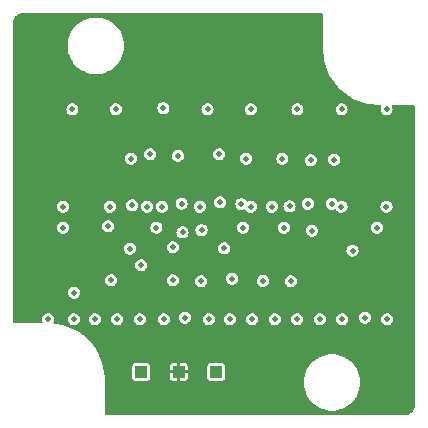
<source format=gbr>
%TF.GenerationSoftware,KiCad,Pcbnew,7.0.10-7.0.10~ubuntu22.04.1*%
%TF.CreationDate,2024-01-03T10:10:25-05:00*%
%TF.ProjectId,readout-splitter,72656164-6f75-4742-9d73-706c69747465,rev?*%
%TF.SameCoordinates,Original*%
%TF.FileFunction,Copper,L2,Inr*%
%TF.FilePolarity,Positive*%
%FSLAX46Y46*%
G04 Gerber Fmt 4.6, Leading zero omitted, Abs format (unit mm)*
G04 Created by KiCad (PCBNEW 7.0.10-7.0.10~ubuntu22.04.1) date 2024-01-03 10:10:25*
%MOMM*%
%LPD*%
G01*
G04 APERTURE LIST*
%TA.AperFunction,ComponentPad*%
%ADD10R,1.000000X1.000000*%
%TD*%
%TA.AperFunction,ViaPad*%
%ADD11C,0.508000*%
%TD*%
G04 APERTURE END LIST*
D10*
%TO.N,/-20V*%
%TO.C,J3*%
X35597000Y-52997000D03*
%TD*%
%TO.N,/+6.5V*%
%TO.C,J1*%
X29247000Y-52997000D03*
%TD*%
%TO.N,GND*%
%TO.C,J2*%
X32422000Y-52997000D03*
%TD*%
D11*
%TO.N,/+6.5V*%
X32930000Y-48425000D03*
X46265000Y-48552000D03*
X35851000Y-34582000D03*
X27215000Y-48552000D03*
X43598000Y-35090000D03*
X29120000Y-48552000D03*
X41198953Y-34977756D03*
X31152000Y-48552000D03*
X50075000Y-48552000D03*
X28358000Y-34963000D03*
X36740000Y-48552000D03*
X38137000Y-34963000D03*
X30009000Y-34582000D03*
X44360000Y-48552000D03*
X48170000Y-48425000D03*
X40550000Y-48552000D03*
X32343011Y-34717341D03*
X25310000Y-48552000D03*
X34962000Y-48552000D03*
X23571200Y-46304200D03*
X21373000Y-48552000D03*
X45582000Y-35042000D03*
X38645000Y-48552000D03*
X23532000Y-48552000D03*
X42455000Y-48552000D03*
%TO.N,/-20V*%
X38531000Y-30772000D03*
X23418000Y-30772000D03*
X27101000Y-30772000D03*
X46215000Y-30772000D03*
X29755000Y-39027000D03*
X43344000Y-38773000D03*
X32661949Y-38756167D03*
X34861000Y-30772000D03*
X31122001Y-30674999D03*
X50025000Y-30772000D03*
X28472211Y-38918420D03*
X45376000Y-38773000D03*
X35923974Y-38655533D03*
X42468000Y-30772000D03*
X40296000Y-39027000D03*
X37725990Y-38803788D03*
%TO.N,/VN_0*%
X49186000Y-40805000D03*
%TO.N,/VP_0*%
X47133900Y-42736153D03*
%TO.N,/VP_1*%
X41922513Y-45327379D03*
%TO.N,/VN_1*%
X43725000Y-41059000D03*
%TO.N,/VP_2*%
X39538900Y-45310898D03*
%TO.N,/VN_2*%
X41312000Y-40805000D03*
%TO.N,/VP_3*%
X36933000Y-45128500D03*
%TO.N,/VN_3*%
X37883000Y-40805000D03*
%TO.N,/VP_4*%
X34313076Y-45324428D03*
%TO.N,/VN_4*%
X34349998Y-41004141D03*
X36271948Y-42552077D03*
%TO.N,/VP_5*%
X31914000Y-45250000D03*
%TO.N,/VN_5*%
X32741527Y-41197363D03*
X30530151Y-40805481D03*
%TO.N,/VP_6*%
X29247000Y-43980000D03*
%TO.N,/VN_6*%
X26453000Y-40678000D03*
X31914000Y-42456000D03*
%TO.N,/VP_7*%
X26697101Y-45250000D03*
%TO.N,/VN_7*%
X22643000Y-40805000D03*
X28285800Y-42583000D03*
%TO.N,GND*%
X49567000Y-35344000D03*
X26209188Y-42551422D03*
X51714400Y-30784800D03*
X32041000Y-31407000D03*
X34200000Y-35090000D03*
X43598000Y-39916000D03*
X33819000Y-48552000D03*
X28485000Y-41059000D03*
X25437000Y-30772000D03*
X32041000Y-48552000D03*
X46392000Y-36995000D03*
X25056000Y-39281000D03*
X39534000Y-31407000D03*
X22389000Y-48552000D03*
X45249000Y-48552000D03*
X26326000Y-48552000D03*
X48328764Y-43440236D03*
X26453000Y-34836000D03*
X21119000Y-39916000D03*
X36833070Y-40778550D03*
X29247000Y-30772000D03*
X39661000Y-48552000D03*
X42195166Y-35103534D03*
X32676000Y-39916000D03*
X30771000Y-35217000D03*
X48869600Y-33045400D03*
X36981000Y-30772000D03*
X37756000Y-48552000D03*
X40918000Y-30899000D03*
X47863397Y-39381756D03*
X49059000Y-48552000D03*
X44106000Y-42329000D03*
X44665000Y-30772000D03*
X39026000Y-35344000D03*
X29772157Y-40801866D03*
X41566000Y-42583000D03*
X23405000Y-35344000D03*
X41439000Y-48552000D03*
X30263000Y-48552000D03*
X21119000Y-42964000D03*
X24548000Y-48552000D03*
X40296000Y-40551000D03*
X33057000Y-30772000D03*
X19735800Y-48387000D03*
X21627000Y-30772000D03*
%TO.N,Net-(U1-ADJ)*%
X50011000Y-39027000D03*
%TO.N,Net-(U2-ADJ)*%
X46201000Y-39027000D03*
%TO.N,Net-(U3-ADJ)*%
X41802121Y-38990412D03*
%TO.N,Net-(U4-ADJ)*%
X38518000Y-39027000D03*
%TO.N,Net-(U5-ADJ)*%
X34199994Y-39027000D03*
%TO.N,Net-(U6-ADJ)*%
X31025000Y-39025875D03*
%TO.N,Net-(U7-ADJ)*%
X26580000Y-39027000D03*
%TO.N,Net-(U8-ADJ)*%
X22643000Y-39027000D03*
%TD*%
%TA.AperFunction,Conductor*%
%TO.N,GND*%
G36*
X44622841Y-22672093D02*
G01*
X44648561Y-22716642D01*
X44649703Y-22729700D01*
X44649703Y-25618848D01*
X44649700Y-25618856D01*
X44649700Y-25857410D01*
X44685850Y-26270618D01*
X44757880Y-26679126D01*
X44865242Y-27079804D01*
X45007113Y-27469592D01*
X45007117Y-27469602D01*
X45182413Y-27845525D01*
X45182424Y-27845547D01*
X45389812Y-28204753D01*
X45389824Y-28204771D01*
X45627739Y-28544550D01*
X45894377Y-28862316D01*
X46187690Y-29155630D01*
X46426007Y-29355600D01*
X46505447Y-29422258D01*
X46845236Y-29660181D01*
X47024852Y-29763882D01*
X47204455Y-29867576D01*
X47204461Y-29867579D01*
X47204468Y-29867583D01*
X47580409Y-30042887D01*
X47970199Y-30184759D01*
X48370870Y-30292118D01*
X48779374Y-30364148D01*
X49192600Y-30400301D01*
X49400003Y-30400300D01*
X49444878Y-30400300D01*
X49518719Y-30400300D01*
X49567057Y-30417893D01*
X49592777Y-30462442D01*
X49587123Y-30506739D01*
X49532082Y-30627260D01*
X49532082Y-30627262D01*
X49532081Y-30627264D01*
X49532081Y-30627266D01*
X49511271Y-30772000D01*
X49532081Y-30916734D01*
X49532081Y-30916735D01*
X49532082Y-30916737D01*
X49532082Y-30916739D01*
X49592822Y-31049740D01*
X49592823Y-31049741D01*
X49592824Y-31049743D01*
X49604528Y-31063250D01*
X49688579Y-31160250D01*
X49688581Y-31160251D01*
X49811588Y-31239304D01*
X49911396Y-31268610D01*
X49951889Y-31280500D01*
X49951892Y-31280500D01*
X50098108Y-31280500D01*
X50098111Y-31280500D01*
X50238411Y-31239304D01*
X50361421Y-31160250D01*
X50457176Y-31049743D01*
X50517919Y-30916734D01*
X50538729Y-30772000D01*
X50517919Y-30627266D01*
X50517917Y-30627261D01*
X50517917Y-30627260D01*
X50462877Y-30506739D01*
X50458800Y-30455461D01*
X50488638Y-30413560D01*
X50531281Y-30400300D01*
X52320300Y-30400300D01*
X52368638Y-30417893D01*
X52394358Y-30462442D01*
X52395500Y-30475500D01*
X52395500Y-55896304D01*
X52395138Y-55903676D01*
X52381900Y-56038070D01*
X52379024Y-56052527D01*
X52340902Y-56178199D01*
X52335261Y-56191818D01*
X52273351Y-56307646D01*
X52265160Y-56319904D01*
X52181846Y-56421422D01*
X52171422Y-56431846D01*
X52069904Y-56515160D01*
X52057646Y-56523351D01*
X51941818Y-56585261D01*
X51928199Y-56590902D01*
X51802527Y-56629024D01*
X51788070Y-56631900D01*
X51662675Y-56644251D01*
X51653674Y-56645138D01*
X51646304Y-56645500D01*
X26225508Y-56645500D01*
X26177170Y-56627907D01*
X26151450Y-56583358D01*
X26150308Y-56570300D01*
X26150308Y-53900000D01*
X43007178Y-53900000D01*
X43026046Y-54199900D01*
X43026046Y-54199904D01*
X43026047Y-54199906D01*
X43082354Y-54495075D01*
X43082355Y-54495078D01*
X43175205Y-54780842D01*
X43175210Y-54780857D01*
X43303153Y-55052750D01*
X43303159Y-55052761D01*
X43464158Y-55306454D01*
X43464164Y-55306463D01*
X43464166Y-55306465D01*
X43655708Y-55537999D01*
X43874758Y-55743701D01*
X43874761Y-55743703D01*
X43874763Y-55743705D01*
X44117854Y-55920321D01*
X44117869Y-55920330D01*
X44381174Y-56065084D01*
X44381179Y-56065086D01*
X44381186Y-56065090D01*
X44660577Y-56175709D01*
X44660580Y-56175710D01*
X44660585Y-56175712D01*
X44951617Y-56250436D01*
X44951620Y-56250436D01*
X44951630Y-56250439D01*
X45249753Y-56288100D01*
X45249755Y-56288100D01*
X45550245Y-56288100D01*
X45550247Y-56288100D01*
X45848370Y-56250439D01*
X45848382Y-56250436D01*
X46139414Y-56175712D01*
X46139419Y-56175710D01*
X46139418Y-56175710D01*
X46139423Y-56175709D01*
X46418814Y-56065090D01*
X46682138Y-55920326D01*
X46925242Y-55743701D01*
X47144292Y-55537999D01*
X47335834Y-55306465D01*
X47496846Y-55052751D01*
X47624790Y-54780857D01*
X47717647Y-54495071D01*
X47773954Y-54199900D01*
X47792822Y-53900000D01*
X47773954Y-53600100D01*
X47717647Y-53304929D01*
X47624790Y-53019143D01*
X47496846Y-52747249D01*
X47496840Y-52747238D01*
X47335841Y-52493545D01*
X47335835Y-52493536D01*
X47256551Y-52397699D01*
X47144292Y-52262001D01*
X47099646Y-52220076D01*
X46968602Y-52097017D01*
X46925242Y-52056299D01*
X46925239Y-52056296D01*
X46925236Y-52056294D01*
X46682145Y-51879678D01*
X46682130Y-51879669D01*
X46418825Y-51734915D01*
X46418809Y-51734908D01*
X46139419Y-51624289D01*
X46139414Y-51624287D01*
X45848382Y-51549563D01*
X45848358Y-51549559D01*
X45652479Y-51524814D01*
X45550247Y-51511900D01*
X45249753Y-51511900D01*
X45162484Y-51522924D01*
X44951641Y-51549559D01*
X44951617Y-51549563D01*
X44660585Y-51624287D01*
X44660580Y-51624289D01*
X44381190Y-51734908D01*
X44381174Y-51734915D01*
X44117869Y-51879669D01*
X44117854Y-51879678D01*
X43874763Y-52056294D01*
X43655710Y-52261998D01*
X43464164Y-52493536D01*
X43464158Y-52493545D01*
X43303159Y-52747238D01*
X43303153Y-52747249D01*
X43175210Y-53019142D01*
X43175205Y-53019157D01*
X43082355Y-53304921D01*
X43082354Y-53304924D01*
X43026771Y-53596301D01*
X43026046Y-53600100D01*
X43007178Y-53900000D01*
X26150308Y-53900000D01*
X26150308Y-53681040D01*
X26150320Y-53681007D01*
X26150320Y-53522067D01*
X28492500Y-53522067D01*
X28492501Y-53522068D01*
X28507266Y-53596301D01*
X28563516Y-53680484D01*
X28647699Y-53736734D01*
X28721933Y-53751500D01*
X29772066Y-53751499D01*
X29772067Y-53751499D01*
X29772067Y-53751498D01*
X29846301Y-53736734D01*
X29930484Y-53680484D01*
X29986734Y-53596301D01*
X30001500Y-53522067D01*
X30001499Y-52870000D01*
X31668000Y-52870000D01*
X32206186Y-52870000D01*
X32186505Y-52899455D01*
X32167102Y-52997000D01*
X32186505Y-53094545D01*
X32206186Y-53124000D01*
X31668001Y-53124000D01*
X31668001Y-53522017D01*
X31682737Y-53596105D01*
X31738876Y-53680124D01*
X31822894Y-53736262D01*
X31822896Y-53736263D01*
X31896982Y-53750999D01*
X32295000Y-53750999D01*
X32295000Y-53212813D01*
X32324455Y-53232495D01*
X32397376Y-53247000D01*
X32446624Y-53247000D01*
X32519545Y-53232495D01*
X32549000Y-53212813D01*
X32549000Y-53750999D01*
X32947016Y-53750999D01*
X32947017Y-53750998D01*
X33021105Y-53736262D01*
X33105124Y-53680123D01*
X33161262Y-53596105D01*
X33161263Y-53596103D01*
X33175990Y-53522067D01*
X34842500Y-53522067D01*
X34842501Y-53522068D01*
X34857266Y-53596301D01*
X34913516Y-53680484D01*
X34997699Y-53736734D01*
X35071933Y-53751500D01*
X36122066Y-53751499D01*
X36122067Y-53751499D01*
X36122067Y-53751498D01*
X36196301Y-53736734D01*
X36280484Y-53680484D01*
X36336734Y-53596301D01*
X36351500Y-53522067D01*
X36351499Y-52471934D01*
X36336734Y-52397699D01*
X36280484Y-52313516D01*
X36196301Y-52257266D01*
X36196299Y-52257265D01*
X36122067Y-52242500D01*
X35071932Y-52242500D01*
X35071931Y-52242501D01*
X34997699Y-52257266D01*
X34913516Y-52313516D01*
X34857266Y-52397698D01*
X34857265Y-52397700D01*
X34842500Y-52471932D01*
X34842500Y-53522067D01*
X33175990Y-53522067D01*
X33176000Y-53522017D01*
X33176000Y-53124000D01*
X32637814Y-53124000D01*
X32657495Y-53094545D01*
X32676898Y-52997000D01*
X32657495Y-52899455D01*
X32637814Y-52870000D01*
X33175999Y-52870000D01*
X33175999Y-52471984D01*
X33175998Y-52471982D01*
X33161262Y-52397894D01*
X33105123Y-52313875D01*
X33021105Y-52257737D01*
X33021103Y-52257736D01*
X32947018Y-52243000D01*
X32549000Y-52243000D01*
X32549000Y-52781186D01*
X32519545Y-52761505D01*
X32446624Y-52747000D01*
X32397376Y-52747000D01*
X32324455Y-52761505D01*
X32295000Y-52781186D01*
X32295000Y-52243000D01*
X31896984Y-52243000D01*
X31896982Y-52243001D01*
X31822894Y-52257737D01*
X31738875Y-52313876D01*
X31682737Y-52397894D01*
X31682736Y-52397896D01*
X31668000Y-52471982D01*
X31668000Y-52870000D01*
X30001499Y-52870000D01*
X30001499Y-52471934D01*
X29986734Y-52397699D01*
X29930484Y-52313516D01*
X29846301Y-52257266D01*
X29846299Y-52257265D01*
X29772067Y-52242500D01*
X28721932Y-52242500D01*
X28721931Y-52242501D01*
X28647699Y-52257266D01*
X28563516Y-52313516D01*
X28507266Y-52397698D01*
X28507265Y-52397700D01*
X28492500Y-52471932D01*
X28492500Y-53522067D01*
X26150320Y-53522067D01*
X26150320Y-53442482D01*
X26150319Y-53442470D01*
X26114165Y-53029250D01*
X26042133Y-52620746D01*
X25934773Y-52220076D01*
X25792900Y-51830287D01*
X25617594Y-51454346D01*
X25410191Y-51095114D01*
X25172268Y-50755326D01*
X25172267Y-50755324D01*
X24905639Y-50437571D01*
X24612324Y-50144257D01*
X24294558Y-49877620D01*
X23954779Y-49639705D01*
X23954775Y-49639702D01*
X23834896Y-49570490D01*
X23595555Y-49432306D01*
X23595533Y-49432295D01*
X23219610Y-49256999D01*
X23219600Y-49256995D01*
X22829812Y-49115124D01*
X22625953Y-49060500D01*
X22429141Y-49007764D01*
X22429139Y-49007763D01*
X22429133Y-49007762D01*
X22224463Y-48971673D01*
X22020638Y-48935733D01*
X22020631Y-48935732D01*
X22020629Y-48935732D01*
X21872999Y-48922815D01*
X21826379Y-48901075D01*
X21804640Y-48854454D01*
X21811150Y-48816662D01*
X21865917Y-48696739D01*
X21865917Y-48696738D01*
X21865919Y-48696734D01*
X21886729Y-48552000D01*
X23018271Y-48552000D01*
X23039081Y-48696734D01*
X23039081Y-48696735D01*
X23039082Y-48696737D01*
X23039082Y-48696739D01*
X23099822Y-48829740D01*
X23099823Y-48829741D01*
X23099824Y-48829743D01*
X23189729Y-48933499D01*
X23195579Y-48940250D01*
X23195581Y-48940251D01*
X23318588Y-49019304D01*
X23418396Y-49048610D01*
X23458889Y-49060500D01*
X23458892Y-49060500D01*
X23605108Y-49060500D01*
X23605111Y-49060500D01*
X23745411Y-49019304D01*
X23868421Y-48940250D01*
X23964176Y-48829743D01*
X24024919Y-48696734D01*
X24045729Y-48552000D01*
X24796271Y-48552000D01*
X24817081Y-48696734D01*
X24817081Y-48696735D01*
X24817082Y-48696737D01*
X24817082Y-48696739D01*
X24877822Y-48829740D01*
X24877823Y-48829741D01*
X24877824Y-48829743D01*
X24967729Y-48933499D01*
X24973579Y-48940250D01*
X24973581Y-48940251D01*
X25096588Y-49019304D01*
X25196396Y-49048610D01*
X25236889Y-49060500D01*
X25236892Y-49060500D01*
X25383108Y-49060500D01*
X25383111Y-49060500D01*
X25523411Y-49019304D01*
X25646421Y-48940250D01*
X25742176Y-48829743D01*
X25802919Y-48696734D01*
X25823729Y-48552000D01*
X26701271Y-48552000D01*
X26722081Y-48696734D01*
X26722081Y-48696735D01*
X26722082Y-48696737D01*
X26722082Y-48696739D01*
X26782822Y-48829740D01*
X26782823Y-48829741D01*
X26782824Y-48829743D01*
X26872729Y-48933499D01*
X26878579Y-48940250D01*
X26878581Y-48940251D01*
X27001588Y-49019304D01*
X27101396Y-49048610D01*
X27141889Y-49060500D01*
X27141892Y-49060500D01*
X27288108Y-49060500D01*
X27288111Y-49060500D01*
X27428411Y-49019304D01*
X27551421Y-48940250D01*
X27647176Y-48829743D01*
X27707919Y-48696734D01*
X27728729Y-48552000D01*
X28606271Y-48552000D01*
X28627081Y-48696734D01*
X28627081Y-48696735D01*
X28627082Y-48696737D01*
X28627082Y-48696739D01*
X28687822Y-48829740D01*
X28687823Y-48829741D01*
X28687824Y-48829743D01*
X28777729Y-48933499D01*
X28783579Y-48940250D01*
X28783581Y-48940251D01*
X28906588Y-49019304D01*
X29006396Y-49048610D01*
X29046889Y-49060500D01*
X29046892Y-49060500D01*
X29193108Y-49060500D01*
X29193111Y-49060500D01*
X29333411Y-49019304D01*
X29456421Y-48940250D01*
X29552176Y-48829743D01*
X29612919Y-48696734D01*
X29633729Y-48552000D01*
X30638271Y-48552000D01*
X30659081Y-48696734D01*
X30659081Y-48696735D01*
X30659082Y-48696737D01*
X30659082Y-48696739D01*
X30719822Y-48829740D01*
X30719823Y-48829741D01*
X30719824Y-48829743D01*
X30809729Y-48933499D01*
X30815579Y-48940250D01*
X30815581Y-48940251D01*
X30938588Y-49019304D01*
X31038396Y-49048610D01*
X31078889Y-49060500D01*
X31078892Y-49060500D01*
X31225108Y-49060500D01*
X31225111Y-49060500D01*
X31365411Y-49019304D01*
X31488421Y-48940250D01*
X31584176Y-48829743D01*
X31644919Y-48696734D01*
X31665729Y-48552000D01*
X31647469Y-48425000D01*
X32416271Y-48425000D01*
X32437081Y-48569734D01*
X32437081Y-48569735D01*
X32437082Y-48569737D01*
X32437082Y-48569739D01*
X32497822Y-48702740D01*
X32497823Y-48702741D01*
X32497824Y-48702743D01*
X32593579Y-48813250D01*
X32610898Y-48824380D01*
X32716588Y-48892304D01*
X32779379Y-48910741D01*
X32856889Y-48933500D01*
X32856892Y-48933500D01*
X33003108Y-48933500D01*
X33003111Y-48933500D01*
X33143411Y-48892304D01*
X33266421Y-48813250D01*
X33362176Y-48702743D01*
X33422919Y-48569734D01*
X33425469Y-48552000D01*
X34448271Y-48552000D01*
X34469081Y-48696734D01*
X34469081Y-48696735D01*
X34469082Y-48696737D01*
X34469082Y-48696739D01*
X34529822Y-48829740D01*
X34529823Y-48829741D01*
X34529824Y-48829743D01*
X34619729Y-48933499D01*
X34625579Y-48940250D01*
X34625581Y-48940251D01*
X34748588Y-49019304D01*
X34848396Y-49048610D01*
X34888889Y-49060500D01*
X34888892Y-49060500D01*
X35035108Y-49060500D01*
X35035111Y-49060500D01*
X35175411Y-49019304D01*
X35298421Y-48940250D01*
X35394176Y-48829743D01*
X35454919Y-48696734D01*
X35475729Y-48552000D01*
X36226271Y-48552000D01*
X36247081Y-48696734D01*
X36247081Y-48696735D01*
X36247082Y-48696737D01*
X36247082Y-48696739D01*
X36307822Y-48829740D01*
X36307823Y-48829741D01*
X36307824Y-48829743D01*
X36397729Y-48933499D01*
X36403579Y-48940250D01*
X36403581Y-48940251D01*
X36526588Y-49019304D01*
X36626396Y-49048610D01*
X36666889Y-49060500D01*
X36666892Y-49060500D01*
X36813108Y-49060500D01*
X36813111Y-49060500D01*
X36953411Y-49019304D01*
X37076421Y-48940250D01*
X37172176Y-48829743D01*
X37232919Y-48696734D01*
X37253729Y-48552000D01*
X38131271Y-48552000D01*
X38152081Y-48696734D01*
X38152081Y-48696735D01*
X38152082Y-48696737D01*
X38152082Y-48696739D01*
X38212822Y-48829740D01*
X38212823Y-48829741D01*
X38212824Y-48829743D01*
X38302729Y-48933499D01*
X38308579Y-48940250D01*
X38308581Y-48940251D01*
X38431588Y-49019304D01*
X38531396Y-49048610D01*
X38571889Y-49060500D01*
X38571892Y-49060500D01*
X38718108Y-49060500D01*
X38718111Y-49060500D01*
X38858411Y-49019304D01*
X38981421Y-48940250D01*
X39077176Y-48829743D01*
X39137919Y-48696734D01*
X39158729Y-48552000D01*
X40036271Y-48552000D01*
X40057081Y-48696734D01*
X40057081Y-48696735D01*
X40057082Y-48696737D01*
X40057082Y-48696739D01*
X40117822Y-48829740D01*
X40117823Y-48829741D01*
X40117824Y-48829743D01*
X40207729Y-48933499D01*
X40213579Y-48940250D01*
X40213581Y-48940251D01*
X40336588Y-49019304D01*
X40436396Y-49048610D01*
X40476889Y-49060500D01*
X40476892Y-49060500D01*
X40623108Y-49060500D01*
X40623111Y-49060500D01*
X40763411Y-49019304D01*
X40886421Y-48940250D01*
X40982176Y-48829743D01*
X41042919Y-48696734D01*
X41063729Y-48552000D01*
X41941271Y-48552000D01*
X41962081Y-48696734D01*
X41962081Y-48696735D01*
X41962082Y-48696737D01*
X41962082Y-48696739D01*
X42022822Y-48829740D01*
X42022823Y-48829741D01*
X42022824Y-48829743D01*
X42112729Y-48933499D01*
X42118579Y-48940250D01*
X42118581Y-48940251D01*
X42241588Y-49019304D01*
X42341396Y-49048610D01*
X42381889Y-49060500D01*
X42381892Y-49060500D01*
X42528108Y-49060500D01*
X42528111Y-49060500D01*
X42668411Y-49019304D01*
X42791421Y-48940250D01*
X42887176Y-48829743D01*
X42947919Y-48696734D01*
X42968729Y-48552000D01*
X43846271Y-48552000D01*
X43867081Y-48696734D01*
X43867081Y-48696735D01*
X43867082Y-48696737D01*
X43867082Y-48696739D01*
X43927822Y-48829740D01*
X43927823Y-48829741D01*
X43927824Y-48829743D01*
X44017729Y-48933499D01*
X44023579Y-48940250D01*
X44023581Y-48940251D01*
X44146588Y-49019304D01*
X44246396Y-49048610D01*
X44286889Y-49060500D01*
X44286892Y-49060500D01*
X44433108Y-49060500D01*
X44433111Y-49060500D01*
X44573411Y-49019304D01*
X44696421Y-48940250D01*
X44792176Y-48829743D01*
X44852919Y-48696734D01*
X44873729Y-48552000D01*
X45751271Y-48552000D01*
X45772081Y-48696734D01*
X45772081Y-48696735D01*
X45772082Y-48696737D01*
X45772082Y-48696739D01*
X45832822Y-48829740D01*
X45832823Y-48829741D01*
X45832824Y-48829743D01*
X45922729Y-48933499D01*
X45928579Y-48940250D01*
X45928581Y-48940251D01*
X46051588Y-49019304D01*
X46151396Y-49048610D01*
X46191889Y-49060500D01*
X46191892Y-49060500D01*
X46338108Y-49060500D01*
X46338111Y-49060500D01*
X46478411Y-49019304D01*
X46601421Y-48940250D01*
X46697176Y-48829743D01*
X46757919Y-48696734D01*
X46778729Y-48552000D01*
X46760469Y-48425000D01*
X47656271Y-48425000D01*
X47677081Y-48569734D01*
X47677081Y-48569735D01*
X47677082Y-48569737D01*
X47677082Y-48569739D01*
X47737822Y-48702740D01*
X47737823Y-48702741D01*
X47737824Y-48702743D01*
X47833579Y-48813250D01*
X47850898Y-48824380D01*
X47956588Y-48892304D01*
X48019379Y-48910741D01*
X48096889Y-48933500D01*
X48096892Y-48933500D01*
X48243108Y-48933500D01*
X48243111Y-48933500D01*
X48383411Y-48892304D01*
X48506421Y-48813250D01*
X48602176Y-48702743D01*
X48662919Y-48569734D01*
X48665469Y-48552000D01*
X49561271Y-48552000D01*
X49582081Y-48696734D01*
X49582081Y-48696735D01*
X49582082Y-48696737D01*
X49582082Y-48696739D01*
X49642822Y-48829740D01*
X49642823Y-48829741D01*
X49642824Y-48829743D01*
X49732729Y-48933499D01*
X49738579Y-48940250D01*
X49738581Y-48940251D01*
X49861588Y-49019304D01*
X49961396Y-49048610D01*
X50001889Y-49060500D01*
X50001892Y-49060500D01*
X50148108Y-49060500D01*
X50148111Y-49060500D01*
X50288411Y-49019304D01*
X50411421Y-48940250D01*
X50507176Y-48829743D01*
X50567919Y-48696734D01*
X50588729Y-48552000D01*
X50567919Y-48407266D01*
X50567917Y-48407261D01*
X50567917Y-48407260D01*
X50507177Y-48274259D01*
X50507176Y-48274258D01*
X50507176Y-48274257D01*
X50411421Y-48163750D01*
X50411420Y-48163749D01*
X50411418Y-48163748D01*
X50288411Y-48084695D01*
X50148113Y-48043500D01*
X50148111Y-48043500D01*
X50001889Y-48043500D01*
X50001886Y-48043500D01*
X49861588Y-48084695D01*
X49738581Y-48163748D01*
X49738579Y-48163749D01*
X49642822Y-48274259D01*
X49582082Y-48407260D01*
X49582082Y-48407262D01*
X49582081Y-48407264D01*
X49582081Y-48407266D01*
X49561271Y-48552000D01*
X48665469Y-48552000D01*
X48683729Y-48425000D01*
X48662919Y-48280266D01*
X48662917Y-48280261D01*
X48662917Y-48280260D01*
X48602177Y-48147259D01*
X48602176Y-48147258D01*
X48602176Y-48147257D01*
X48506421Y-48036750D01*
X48506420Y-48036749D01*
X48506418Y-48036748D01*
X48383411Y-47957695D01*
X48243113Y-47916500D01*
X48243111Y-47916500D01*
X48096889Y-47916500D01*
X48096886Y-47916500D01*
X47956588Y-47957695D01*
X47833581Y-48036748D01*
X47833579Y-48036749D01*
X47737822Y-48147259D01*
X47677082Y-48280260D01*
X47677082Y-48280262D01*
X47677081Y-48280264D01*
X47677081Y-48280266D01*
X47656271Y-48425000D01*
X46760469Y-48425000D01*
X46757919Y-48407266D01*
X46757917Y-48407261D01*
X46757917Y-48407260D01*
X46697177Y-48274259D01*
X46697176Y-48274258D01*
X46697176Y-48274257D01*
X46601421Y-48163750D01*
X46601420Y-48163749D01*
X46601418Y-48163748D01*
X46478411Y-48084695D01*
X46338113Y-48043500D01*
X46338111Y-48043500D01*
X46191889Y-48043500D01*
X46191886Y-48043500D01*
X46051588Y-48084695D01*
X45928581Y-48163748D01*
X45928579Y-48163749D01*
X45832822Y-48274259D01*
X45772082Y-48407260D01*
X45772082Y-48407262D01*
X45772081Y-48407264D01*
X45772081Y-48407266D01*
X45751271Y-48552000D01*
X44873729Y-48552000D01*
X44852919Y-48407266D01*
X44852917Y-48407261D01*
X44852917Y-48407260D01*
X44792177Y-48274259D01*
X44792176Y-48274258D01*
X44792176Y-48274257D01*
X44696421Y-48163750D01*
X44696420Y-48163749D01*
X44696418Y-48163748D01*
X44573411Y-48084695D01*
X44433113Y-48043500D01*
X44433111Y-48043500D01*
X44286889Y-48043500D01*
X44286886Y-48043500D01*
X44146588Y-48084695D01*
X44023581Y-48163748D01*
X44023579Y-48163749D01*
X43927822Y-48274259D01*
X43867082Y-48407260D01*
X43867082Y-48407262D01*
X43867081Y-48407264D01*
X43867081Y-48407266D01*
X43846271Y-48552000D01*
X42968729Y-48552000D01*
X42947919Y-48407266D01*
X42947917Y-48407261D01*
X42947917Y-48407260D01*
X42887177Y-48274259D01*
X42887176Y-48274258D01*
X42887176Y-48274257D01*
X42791421Y-48163750D01*
X42791420Y-48163749D01*
X42791418Y-48163748D01*
X42668411Y-48084695D01*
X42528113Y-48043500D01*
X42528111Y-48043500D01*
X42381889Y-48043500D01*
X42381886Y-48043500D01*
X42241588Y-48084695D01*
X42118581Y-48163748D01*
X42118579Y-48163749D01*
X42022822Y-48274259D01*
X41962082Y-48407260D01*
X41962082Y-48407262D01*
X41962081Y-48407264D01*
X41962081Y-48407266D01*
X41941271Y-48552000D01*
X41063729Y-48552000D01*
X41042919Y-48407266D01*
X41042917Y-48407261D01*
X41042917Y-48407260D01*
X40982177Y-48274259D01*
X40982176Y-48274258D01*
X40982176Y-48274257D01*
X40886421Y-48163750D01*
X40886420Y-48163749D01*
X40886418Y-48163748D01*
X40763411Y-48084695D01*
X40623113Y-48043500D01*
X40623111Y-48043500D01*
X40476889Y-48043500D01*
X40476886Y-48043500D01*
X40336588Y-48084695D01*
X40213581Y-48163748D01*
X40213579Y-48163749D01*
X40117822Y-48274259D01*
X40057082Y-48407260D01*
X40057082Y-48407262D01*
X40057081Y-48407264D01*
X40057081Y-48407266D01*
X40036271Y-48552000D01*
X39158729Y-48552000D01*
X39137919Y-48407266D01*
X39137917Y-48407261D01*
X39137917Y-48407260D01*
X39077177Y-48274259D01*
X39077176Y-48274258D01*
X39077176Y-48274257D01*
X38981421Y-48163750D01*
X38981420Y-48163749D01*
X38981418Y-48163748D01*
X38858411Y-48084695D01*
X38718113Y-48043500D01*
X38718111Y-48043500D01*
X38571889Y-48043500D01*
X38571886Y-48043500D01*
X38431588Y-48084695D01*
X38308581Y-48163748D01*
X38308579Y-48163749D01*
X38212822Y-48274259D01*
X38152082Y-48407260D01*
X38152082Y-48407262D01*
X38152081Y-48407264D01*
X38152081Y-48407266D01*
X38131271Y-48552000D01*
X37253729Y-48552000D01*
X37232919Y-48407266D01*
X37232917Y-48407261D01*
X37232917Y-48407260D01*
X37172177Y-48274259D01*
X37172176Y-48274258D01*
X37172176Y-48274257D01*
X37076421Y-48163750D01*
X37076420Y-48163749D01*
X37076418Y-48163748D01*
X36953411Y-48084695D01*
X36813113Y-48043500D01*
X36813111Y-48043500D01*
X36666889Y-48043500D01*
X36666886Y-48043500D01*
X36526588Y-48084695D01*
X36403581Y-48163748D01*
X36403579Y-48163749D01*
X36307822Y-48274259D01*
X36247082Y-48407260D01*
X36247082Y-48407262D01*
X36247081Y-48407264D01*
X36247081Y-48407266D01*
X36226271Y-48552000D01*
X35475729Y-48552000D01*
X35454919Y-48407266D01*
X35454917Y-48407261D01*
X35454917Y-48407260D01*
X35394177Y-48274259D01*
X35394176Y-48274258D01*
X35394176Y-48274257D01*
X35298421Y-48163750D01*
X35298420Y-48163749D01*
X35298418Y-48163748D01*
X35175411Y-48084695D01*
X35035113Y-48043500D01*
X35035111Y-48043500D01*
X34888889Y-48043500D01*
X34888886Y-48043500D01*
X34748588Y-48084695D01*
X34625581Y-48163748D01*
X34625579Y-48163749D01*
X34529822Y-48274259D01*
X34469082Y-48407260D01*
X34469082Y-48407262D01*
X34469081Y-48407264D01*
X34469081Y-48407266D01*
X34448271Y-48552000D01*
X33425469Y-48552000D01*
X33443729Y-48425000D01*
X33422919Y-48280266D01*
X33422917Y-48280261D01*
X33422917Y-48280260D01*
X33362177Y-48147259D01*
X33362176Y-48147258D01*
X33362176Y-48147257D01*
X33266421Y-48036750D01*
X33266420Y-48036749D01*
X33266418Y-48036748D01*
X33143411Y-47957695D01*
X33003113Y-47916500D01*
X33003111Y-47916500D01*
X32856889Y-47916500D01*
X32856886Y-47916500D01*
X32716588Y-47957695D01*
X32593581Y-48036748D01*
X32593579Y-48036749D01*
X32497822Y-48147259D01*
X32437082Y-48280260D01*
X32437082Y-48280262D01*
X32437081Y-48280264D01*
X32437081Y-48280266D01*
X32416271Y-48425000D01*
X31647469Y-48425000D01*
X31644919Y-48407266D01*
X31644917Y-48407261D01*
X31644917Y-48407260D01*
X31584177Y-48274259D01*
X31584176Y-48274258D01*
X31584176Y-48274257D01*
X31488421Y-48163750D01*
X31488420Y-48163749D01*
X31488418Y-48163748D01*
X31365411Y-48084695D01*
X31225113Y-48043500D01*
X31225111Y-48043500D01*
X31078889Y-48043500D01*
X31078886Y-48043500D01*
X30938588Y-48084695D01*
X30815581Y-48163748D01*
X30815579Y-48163749D01*
X30719822Y-48274259D01*
X30659082Y-48407260D01*
X30659082Y-48407262D01*
X30659081Y-48407264D01*
X30659081Y-48407266D01*
X30638271Y-48552000D01*
X29633729Y-48552000D01*
X29612919Y-48407266D01*
X29612917Y-48407261D01*
X29612917Y-48407260D01*
X29552177Y-48274259D01*
X29552176Y-48274258D01*
X29552176Y-48274257D01*
X29456421Y-48163750D01*
X29456420Y-48163749D01*
X29456418Y-48163748D01*
X29333411Y-48084695D01*
X29193113Y-48043500D01*
X29193111Y-48043500D01*
X29046889Y-48043500D01*
X29046886Y-48043500D01*
X28906588Y-48084695D01*
X28783581Y-48163748D01*
X28783579Y-48163749D01*
X28687822Y-48274259D01*
X28627082Y-48407260D01*
X28627082Y-48407262D01*
X28627081Y-48407264D01*
X28627081Y-48407266D01*
X28606271Y-48552000D01*
X27728729Y-48552000D01*
X27707919Y-48407266D01*
X27707917Y-48407261D01*
X27707917Y-48407260D01*
X27647177Y-48274259D01*
X27647176Y-48274258D01*
X27647176Y-48274257D01*
X27551421Y-48163750D01*
X27551420Y-48163749D01*
X27551418Y-48163748D01*
X27428411Y-48084695D01*
X27288113Y-48043500D01*
X27288111Y-48043500D01*
X27141889Y-48043500D01*
X27141886Y-48043500D01*
X27001588Y-48084695D01*
X26878581Y-48163748D01*
X26878579Y-48163749D01*
X26782822Y-48274259D01*
X26722082Y-48407260D01*
X26722082Y-48407262D01*
X26722081Y-48407264D01*
X26722081Y-48407266D01*
X26701271Y-48552000D01*
X25823729Y-48552000D01*
X25802919Y-48407266D01*
X25802917Y-48407261D01*
X25802917Y-48407260D01*
X25742177Y-48274259D01*
X25742176Y-48274258D01*
X25742176Y-48274257D01*
X25646421Y-48163750D01*
X25646420Y-48163749D01*
X25646418Y-48163748D01*
X25523411Y-48084695D01*
X25383113Y-48043500D01*
X25383111Y-48043500D01*
X25236889Y-48043500D01*
X25236886Y-48043500D01*
X25096588Y-48084695D01*
X24973581Y-48163748D01*
X24973579Y-48163749D01*
X24877822Y-48274259D01*
X24817082Y-48407260D01*
X24817082Y-48407262D01*
X24817081Y-48407264D01*
X24817081Y-48407266D01*
X24796271Y-48552000D01*
X24045729Y-48552000D01*
X24024919Y-48407266D01*
X24024917Y-48407261D01*
X24024917Y-48407260D01*
X23964177Y-48274259D01*
X23964176Y-48274258D01*
X23964176Y-48274257D01*
X23868421Y-48163750D01*
X23868420Y-48163749D01*
X23868418Y-48163748D01*
X23745411Y-48084695D01*
X23605113Y-48043500D01*
X23605111Y-48043500D01*
X23458889Y-48043500D01*
X23458886Y-48043500D01*
X23318588Y-48084695D01*
X23195581Y-48163748D01*
X23195579Y-48163749D01*
X23099822Y-48274259D01*
X23039082Y-48407260D01*
X23039082Y-48407262D01*
X23039081Y-48407264D01*
X23039081Y-48407266D01*
X23018271Y-48552000D01*
X21886729Y-48552000D01*
X21865919Y-48407266D01*
X21865917Y-48407261D01*
X21865917Y-48407260D01*
X21805177Y-48274259D01*
X21805176Y-48274258D01*
X21805176Y-48274257D01*
X21709421Y-48163750D01*
X21709420Y-48163749D01*
X21709418Y-48163748D01*
X21586411Y-48084695D01*
X21446113Y-48043500D01*
X21446111Y-48043500D01*
X21299889Y-48043500D01*
X21299886Y-48043500D01*
X21159588Y-48084695D01*
X21036581Y-48163748D01*
X21036579Y-48163749D01*
X20940822Y-48274259D01*
X20880082Y-48407260D01*
X20880082Y-48407262D01*
X20880081Y-48407264D01*
X20880081Y-48407266D01*
X20859271Y-48552000D01*
X20880081Y-48696734D01*
X20880081Y-48696735D01*
X20880082Y-48696737D01*
X20880082Y-48696739D01*
X20924108Y-48793141D01*
X20928185Y-48844419D01*
X20898347Y-48886320D01*
X20855704Y-48899580D01*
X18479700Y-48899580D01*
X18431362Y-48881987D01*
X18405642Y-48837438D01*
X18404500Y-48824380D01*
X18404500Y-46304200D01*
X23057471Y-46304200D01*
X23078281Y-46448934D01*
X23078281Y-46448935D01*
X23078282Y-46448937D01*
X23078282Y-46448939D01*
X23139022Y-46581940D01*
X23139023Y-46581941D01*
X23139024Y-46581943D01*
X23234779Y-46692450D01*
X23234781Y-46692451D01*
X23357788Y-46771504D01*
X23457596Y-46800810D01*
X23498089Y-46812700D01*
X23498092Y-46812700D01*
X23644308Y-46812700D01*
X23644311Y-46812700D01*
X23784611Y-46771504D01*
X23907621Y-46692450D01*
X24003376Y-46581943D01*
X24064119Y-46448934D01*
X24084929Y-46304200D01*
X24064119Y-46159466D01*
X24064117Y-46159461D01*
X24064117Y-46159460D01*
X24003377Y-46026459D01*
X24003376Y-46026458D01*
X24003376Y-46026457D01*
X23907621Y-45915950D01*
X23907620Y-45915949D01*
X23907618Y-45915948D01*
X23784611Y-45836895D01*
X23644313Y-45795700D01*
X23644311Y-45795700D01*
X23498089Y-45795700D01*
X23498086Y-45795700D01*
X23357788Y-45836895D01*
X23234781Y-45915948D01*
X23234779Y-45915949D01*
X23139022Y-46026459D01*
X23078282Y-46159460D01*
X23078282Y-46159462D01*
X23078281Y-46159464D01*
X23078281Y-46159466D01*
X23057471Y-46304200D01*
X18404500Y-46304200D01*
X18404500Y-45250000D01*
X26183372Y-45250000D01*
X26204182Y-45394734D01*
X26204182Y-45394735D01*
X26204183Y-45394737D01*
X26204183Y-45394739D01*
X26264923Y-45527740D01*
X26264924Y-45527741D01*
X26264925Y-45527743D01*
X26359596Y-45636999D01*
X26360680Y-45638250D01*
X26360682Y-45638251D01*
X26483689Y-45717304D01*
X26583497Y-45746610D01*
X26623990Y-45758500D01*
X26623993Y-45758500D01*
X26770209Y-45758500D01*
X26770212Y-45758500D01*
X26910512Y-45717304D01*
X27033522Y-45638250D01*
X27129277Y-45527743D01*
X27184764Y-45406243D01*
X27190018Y-45394739D01*
X27190018Y-45394738D01*
X27190020Y-45394734D01*
X27210830Y-45250000D01*
X31400271Y-45250000D01*
X31421081Y-45394734D01*
X31421081Y-45394735D01*
X31421082Y-45394737D01*
X31421082Y-45394739D01*
X31481822Y-45527740D01*
X31481823Y-45527741D01*
X31481824Y-45527743D01*
X31576495Y-45636999D01*
X31577579Y-45638250D01*
X31577581Y-45638251D01*
X31700588Y-45717304D01*
X31800396Y-45746610D01*
X31840889Y-45758500D01*
X31840892Y-45758500D01*
X31987108Y-45758500D01*
X31987111Y-45758500D01*
X32127411Y-45717304D01*
X32250421Y-45638250D01*
X32346176Y-45527743D01*
X32401663Y-45406243D01*
X32406917Y-45394739D01*
X32406917Y-45394738D01*
X32406919Y-45394734D01*
X32417028Y-45324428D01*
X33799347Y-45324428D01*
X33820157Y-45469162D01*
X33820157Y-45469163D01*
X33820158Y-45469165D01*
X33820158Y-45469167D01*
X33880898Y-45602168D01*
X33880899Y-45602169D01*
X33880900Y-45602171D01*
X33976655Y-45712678D01*
X34014477Y-45736985D01*
X34099664Y-45791732D01*
X34193883Y-45819397D01*
X34239965Y-45832928D01*
X34239968Y-45832928D01*
X34386184Y-45832928D01*
X34386187Y-45832928D01*
X34526487Y-45791732D01*
X34649497Y-45712678D01*
X34745252Y-45602171D01*
X34804646Y-45472116D01*
X34805993Y-45469167D01*
X34805993Y-45469166D01*
X34805995Y-45469162D01*
X34826805Y-45324428D01*
X34805995Y-45179694D01*
X34805993Y-45179689D01*
X34805993Y-45179688D01*
X34782616Y-45128500D01*
X36419271Y-45128500D01*
X36440081Y-45273234D01*
X36440081Y-45273235D01*
X36440082Y-45273237D01*
X36440082Y-45273239D01*
X36500822Y-45406240D01*
X36500823Y-45406241D01*
X36500824Y-45406243D01*
X36596579Y-45516750D01*
X36634401Y-45541057D01*
X36719588Y-45595804D01*
X36819396Y-45625110D01*
X36859889Y-45637000D01*
X36859892Y-45637000D01*
X37006108Y-45637000D01*
X37006111Y-45637000D01*
X37146411Y-45595804D01*
X37269421Y-45516750D01*
X37365176Y-45406243D01*
X37402540Y-45324428D01*
X37408719Y-45310898D01*
X39025171Y-45310898D01*
X39045981Y-45455632D01*
X39045981Y-45455633D01*
X39045982Y-45455635D01*
X39045982Y-45455637D01*
X39106722Y-45588638D01*
X39106723Y-45588639D01*
X39106724Y-45588641D01*
X39202479Y-45699148D01*
X39230730Y-45717304D01*
X39325488Y-45778202D01*
X39385081Y-45795700D01*
X39465789Y-45819398D01*
X39465792Y-45819398D01*
X39612008Y-45819398D01*
X39612011Y-45819398D01*
X39752311Y-45778202D01*
X39875321Y-45699148D01*
X39971076Y-45588641D01*
X40024291Y-45472116D01*
X40031817Y-45455637D01*
X40031817Y-45455636D01*
X40031819Y-45455632D01*
X40050259Y-45327379D01*
X41408784Y-45327379D01*
X41429594Y-45472113D01*
X41429594Y-45472114D01*
X41429595Y-45472116D01*
X41429595Y-45472118D01*
X41490335Y-45605119D01*
X41490336Y-45605120D01*
X41490337Y-45605122D01*
X41586092Y-45715629D01*
X41623914Y-45739936D01*
X41709101Y-45794683D01*
X41793270Y-45819397D01*
X41849402Y-45835879D01*
X41849405Y-45835879D01*
X41995621Y-45835879D01*
X41995624Y-45835879D01*
X42135924Y-45794683D01*
X42258934Y-45715629D01*
X42354689Y-45605122D01*
X42415432Y-45472113D01*
X42436242Y-45327379D01*
X42415432Y-45182645D01*
X42415430Y-45182640D01*
X42415430Y-45182639D01*
X42354690Y-45049638D01*
X42354689Y-45049637D01*
X42354689Y-45049636D01*
X42258934Y-44939129D01*
X42258933Y-44939128D01*
X42258931Y-44939127D01*
X42135924Y-44860074D01*
X41995626Y-44818879D01*
X41995624Y-44818879D01*
X41849402Y-44818879D01*
X41849399Y-44818879D01*
X41709101Y-44860074D01*
X41586094Y-44939127D01*
X41586092Y-44939128D01*
X41490335Y-45049638D01*
X41429595Y-45182639D01*
X41429595Y-45182641D01*
X41429594Y-45182643D01*
X41429594Y-45182645D01*
X41408784Y-45327379D01*
X40050259Y-45327379D01*
X40052629Y-45310898D01*
X40031819Y-45166164D01*
X40031817Y-45166159D01*
X40031817Y-45166158D01*
X39971077Y-45033157D01*
X39971076Y-45033156D01*
X39971076Y-45033155D01*
X39875321Y-44922648D01*
X39875320Y-44922647D01*
X39875318Y-44922646D01*
X39752311Y-44843593D01*
X39612013Y-44802398D01*
X39612011Y-44802398D01*
X39465789Y-44802398D01*
X39465786Y-44802398D01*
X39325488Y-44843593D01*
X39202481Y-44922646D01*
X39202479Y-44922647D01*
X39106722Y-45033157D01*
X39045982Y-45166158D01*
X39045982Y-45166160D01*
X39045981Y-45166162D01*
X39045981Y-45166164D01*
X39025171Y-45310898D01*
X37408719Y-45310898D01*
X37425917Y-45273239D01*
X37425917Y-45273238D01*
X37425919Y-45273234D01*
X37446729Y-45128500D01*
X37425919Y-44983766D01*
X37425917Y-44983761D01*
X37425917Y-44983760D01*
X37365177Y-44850759D01*
X37365176Y-44850758D01*
X37365176Y-44850757D01*
X37269421Y-44740250D01*
X37269420Y-44740249D01*
X37269418Y-44740248D01*
X37146411Y-44661195D01*
X37006113Y-44620000D01*
X37006111Y-44620000D01*
X36859889Y-44620000D01*
X36859886Y-44620000D01*
X36719588Y-44661195D01*
X36596581Y-44740248D01*
X36596579Y-44740249D01*
X36500822Y-44850759D01*
X36440082Y-44983760D01*
X36440082Y-44983762D01*
X36440081Y-44983764D01*
X36440081Y-44983766D01*
X36419271Y-45128500D01*
X34782616Y-45128500D01*
X34745253Y-45046687D01*
X34745252Y-45046686D01*
X34745252Y-45046685D01*
X34649497Y-44936178D01*
X34649496Y-44936177D01*
X34649494Y-44936176D01*
X34526487Y-44857123D01*
X34386189Y-44815928D01*
X34386187Y-44815928D01*
X34239965Y-44815928D01*
X34239962Y-44815928D01*
X34099664Y-44857123D01*
X33976657Y-44936176D01*
X33976655Y-44936177D01*
X33880898Y-45046687D01*
X33820158Y-45179688D01*
X33820158Y-45179690D01*
X33820157Y-45179692D01*
X33820157Y-45179694D01*
X33799347Y-45324428D01*
X32417028Y-45324428D01*
X32427729Y-45250000D01*
X32406919Y-45105266D01*
X32406917Y-45105261D01*
X32406917Y-45105260D01*
X32346177Y-44972259D01*
X32346176Y-44972258D01*
X32346176Y-44972257D01*
X32250421Y-44861750D01*
X32250420Y-44861749D01*
X32250418Y-44861748D01*
X32127411Y-44782695D01*
X31987113Y-44741500D01*
X31987111Y-44741500D01*
X31840889Y-44741500D01*
X31840886Y-44741500D01*
X31700588Y-44782695D01*
X31577581Y-44861748D01*
X31577579Y-44861749D01*
X31481822Y-44972259D01*
X31421082Y-45105260D01*
X31421082Y-45105262D01*
X31421081Y-45105264D01*
X31421081Y-45105266D01*
X31400271Y-45250000D01*
X27210830Y-45250000D01*
X27190020Y-45105266D01*
X27190018Y-45105261D01*
X27190018Y-45105260D01*
X27129278Y-44972259D01*
X27129277Y-44972258D01*
X27129277Y-44972257D01*
X27033522Y-44861750D01*
X27033521Y-44861749D01*
X27033519Y-44861748D01*
X26910512Y-44782695D01*
X26770214Y-44741500D01*
X26770212Y-44741500D01*
X26623990Y-44741500D01*
X26623987Y-44741500D01*
X26483689Y-44782695D01*
X26360682Y-44861748D01*
X26360680Y-44861749D01*
X26264923Y-44972259D01*
X26204183Y-45105260D01*
X26204183Y-45105262D01*
X26204182Y-45105264D01*
X26204182Y-45105266D01*
X26183372Y-45250000D01*
X18404500Y-45250000D01*
X18404500Y-43980000D01*
X28733271Y-43980000D01*
X28754081Y-44124734D01*
X28754081Y-44124735D01*
X28754082Y-44124737D01*
X28754082Y-44124739D01*
X28814822Y-44257740D01*
X28814823Y-44257741D01*
X28814824Y-44257743D01*
X28910579Y-44368250D01*
X28910581Y-44368251D01*
X29033588Y-44447304D01*
X29133396Y-44476610D01*
X29173889Y-44488500D01*
X29173892Y-44488500D01*
X29320108Y-44488500D01*
X29320111Y-44488500D01*
X29460411Y-44447304D01*
X29583421Y-44368250D01*
X29679176Y-44257743D01*
X29739919Y-44124734D01*
X29760729Y-43980000D01*
X29739919Y-43835266D01*
X29739917Y-43835261D01*
X29739917Y-43835260D01*
X29679177Y-43702259D01*
X29679176Y-43702258D01*
X29679176Y-43702257D01*
X29583421Y-43591750D01*
X29583420Y-43591749D01*
X29583418Y-43591748D01*
X29460411Y-43512695D01*
X29320113Y-43471500D01*
X29320111Y-43471500D01*
X29173889Y-43471500D01*
X29173886Y-43471500D01*
X29033588Y-43512695D01*
X28910581Y-43591748D01*
X28910579Y-43591749D01*
X28814822Y-43702259D01*
X28754082Y-43835260D01*
X28754082Y-43835262D01*
X28754081Y-43835264D01*
X28754081Y-43835266D01*
X28733271Y-43980000D01*
X18404500Y-43980000D01*
X18404500Y-42583000D01*
X27772071Y-42583000D01*
X27792881Y-42727734D01*
X27792881Y-42727735D01*
X27792882Y-42727737D01*
X27792882Y-42727739D01*
X27853622Y-42860740D01*
X27853623Y-42860741D01*
X27853624Y-42860743D01*
X27922584Y-42940327D01*
X27949379Y-42971250D01*
X27949381Y-42971251D01*
X28072388Y-43050304D01*
X28107375Y-43060577D01*
X28212689Y-43091500D01*
X28212692Y-43091500D01*
X28358908Y-43091500D01*
X28358911Y-43091500D01*
X28499211Y-43050304D01*
X28622221Y-42971250D01*
X28717976Y-42860743D01*
X28778719Y-42727734D01*
X28799529Y-42583000D01*
X28781269Y-42456000D01*
X31400271Y-42456000D01*
X31421081Y-42600734D01*
X31421081Y-42600735D01*
X31421082Y-42600737D01*
X31421082Y-42600739D01*
X31481822Y-42733740D01*
X31481823Y-42733741D01*
X31481824Y-42733743D01*
X31565073Y-42829817D01*
X31577579Y-42844250D01*
X31577581Y-42844251D01*
X31700588Y-42923304D01*
X31758567Y-42940328D01*
X31840889Y-42964500D01*
X31840892Y-42964500D01*
X31987108Y-42964500D01*
X31987111Y-42964500D01*
X32127411Y-42923304D01*
X32250421Y-42844250D01*
X32346176Y-42733743D01*
X32406919Y-42600734D01*
X32413915Y-42552077D01*
X35758219Y-42552077D01*
X35779029Y-42696811D01*
X35779029Y-42696812D01*
X35779030Y-42696814D01*
X35779030Y-42696816D01*
X35839770Y-42829817D01*
X35839771Y-42829818D01*
X35839772Y-42829820D01*
X35935527Y-42940327D01*
X35935529Y-42940328D01*
X36058536Y-43019381D01*
X36158344Y-43048687D01*
X36198837Y-43060577D01*
X36198840Y-43060577D01*
X36345056Y-43060577D01*
X36345059Y-43060577D01*
X36485359Y-43019381D01*
X36608369Y-42940327D01*
X36704124Y-42829820D01*
X36746900Y-42736153D01*
X46620171Y-42736153D01*
X46640981Y-42880887D01*
X46640981Y-42880888D01*
X46640982Y-42880890D01*
X46640982Y-42880892D01*
X46701722Y-43013893D01*
X46701723Y-43013894D01*
X46701724Y-43013896D01*
X46797479Y-43124403D01*
X46797481Y-43124404D01*
X46920488Y-43203457D01*
X47020296Y-43232763D01*
X47060789Y-43244653D01*
X47060792Y-43244653D01*
X47207008Y-43244653D01*
X47207011Y-43244653D01*
X47347311Y-43203457D01*
X47470321Y-43124403D01*
X47566076Y-43013896D01*
X47626819Y-42880887D01*
X47647629Y-42736153D01*
X47626819Y-42591419D01*
X47626817Y-42591414D01*
X47626817Y-42591413D01*
X47566077Y-42458412D01*
X47566076Y-42458411D01*
X47566076Y-42458410D01*
X47470321Y-42347903D01*
X47470320Y-42347902D01*
X47470318Y-42347901D01*
X47347311Y-42268848D01*
X47207013Y-42227653D01*
X47207011Y-42227653D01*
X47060789Y-42227653D01*
X47060786Y-42227653D01*
X46920488Y-42268848D01*
X46797481Y-42347901D01*
X46797479Y-42347902D01*
X46701722Y-42458412D01*
X46640982Y-42591413D01*
X46640982Y-42591415D01*
X46640981Y-42591417D01*
X46640981Y-42591419D01*
X46620171Y-42736153D01*
X36746900Y-42736153D01*
X36764867Y-42696811D01*
X36785677Y-42552077D01*
X36764867Y-42407343D01*
X36764865Y-42407338D01*
X36764865Y-42407337D01*
X36704125Y-42274336D01*
X36704124Y-42274335D01*
X36704124Y-42274334D01*
X36608369Y-42163827D01*
X36608368Y-42163826D01*
X36608366Y-42163825D01*
X36485359Y-42084772D01*
X36345061Y-42043577D01*
X36345059Y-42043577D01*
X36198837Y-42043577D01*
X36198834Y-42043577D01*
X36058536Y-42084772D01*
X35935529Y-42163825D01*
X35935527Y-42163826D01*
X35839770Y-42274336D01*
X35779030Y-42407337D01*
X35779030Y-42407339D01*
X35779029Y-42407341D01*
X35779029Y-42407343D01*
X35758219Y-42552077D01*
X32413915Y-42552077D01*
X32427729Y-42456000D01*
X32406919Y-42311266D01*
X32406917Y-42311261D01*
X32406917Y-42311260D01*
X32346177Y-42178259D01*
X32346176Y-42178258D01*
X32346176Y-42178257D01*
X32250421Y-42067750D01*
X32250420Y-42067749D01*
X32250418Y-42067748D01*
X32127411Y-41988695D01*
X31987113Y-41947500D01*
X31987111Y-41947500D01*
X31840889Y-41947500D01*
X31840886Y-41947500D01*
X31700588Y-41988695D01*
X31577581Y-42067748D01*
X31577579Y-42067749D01*
X31481822Y-42178259D01*
X31421082Y-42311260D01*
X31421082Y-42311262D01*
X31421081Y-42311264D01*
X31421081Y-42311266D01*
X31400271Y-42456000D01*
X28781269Y-42456000D01*
X28778719Y-42438266D01*
X28778717Y-42438261D01*
X28778717Y-42438260D01*
X28717977Y-42305259D01*
X28717976Y-42305258D01*
X28717976Y-42305257D01*
X28622221Y-42194750D01*
X28622220Y-42194749D01*
X28622218Y-42194748D01*
X28499211Y-42115695D01*
X28358913Y-42074500D01*
X28358911Y-42074500D01*
X28212689Y-42074500D01*
X28212686Y-42074500D01*
X28072388Y-42115695D01*
X27949381Y-42194748D01*
X27949379Y-42194749D01*
X27853622Y-42305259D01*
X27792882Y-42438260D01*
X27792882Y-42438262D01*
X27792881Y-42438264D01*
X27792881Y-42438266D01*
X27772071Y-42583000D01*
X18404500Y-42583000D01*
X18404500Y-40805000D01*
X22129271Y-40805000D01*
X22150081Y-40949734D01*
X22150081Y-40949735D01*
X22150082Y-40949737D01*
X22150082Y-40949739D01*
X22210822Y-41082740D01*
X22210823Y-41082741D01*
X22210824Y-41082743D01*
X22306579Y-41193250D01*
X22322897Y-41203737D01*
X22429588Y-41272304D01*
X22462215Y-41281884D01*
X22569889Y-41313500D01*
X22569892Y-41313500D01*
X22716108Y-41313500D01*
X22716111Y-41313500D01*
X22856411Y-41272304D01*
X22979421Y-41193250D01*
X23075176Y-41082743D01*
X23135698Y-40950218D01*
X23135917Y-40949739D01*
X23135917Y-40949738D01*
X23135919Y-40949734D01*
X23156729Y-40805000D01*
X23138469Y-40678000D01*
X25939271Y-40678000D01*
X25960081Y-40822734D01*
X25960081Y-40822735D01*
X25960082Y-40822737D01*
X25960082Y-40822739D01*
X26020822Y-40955740D01*
X26020823Y-40955741D01*
X26020824Y-40955743D01*
X26104771Y-41052623D01*
X26116579Y-41066250D01*
X26116581Y-41066251D01*
X26239588Y-41145304D01*
X26339396Y-41174610D01*
X26379889Y-41186500D01*
X26379892Y-41186500D01*
X26526108Y-41186500D01*
X26526111Y-41186500D01*
X26666411Y-41145304D01*
X26789421Y-41066250D01*
X26885176Y-40955743D01*
X26945919Y-40822734D01*
X26948400Y-40805481D01*
X30016422Y-40805481D01*
X30037232Y-40950215D01*
X30037232Y-40950216D01*
X30037233Y-40950218D01*
X30037233Y-40950220D01*
X30097973Y-41083221D01*
X30097974Y-41083222D01*
X30097975Y-41083224D01*
X30193730Y-41193731D01*
X30209295Y-41203734D01*
X30316739Y-41272785D01*
X30347728Y-41281884D01*
X30457040Y-41313981D01*
X30457043Y-41313981D01*
X30603259Y-41313981D01*
X30603262Y-41313981D01*
X30743562Y-41272785D01*
X30860921Y-41197363D01*
X32227798Y-41197363D01*
X32248608Y-41342097D01*
X32248608Y-41342098D01*
X32248609Y-41342100D01*
X32248609Y-41342102D01*
X32309349Y-41475103D01*
X32309350Y-41475104D01*
X32309351Y-41475106D01*
X32389410Y-41567499D01*
X32405106Y-41585613D01*
X32405108Y-41585614D01*
X32528115Y-41664667D01*
X32627923Y-41693973D01*
X32668416Y-41705863D01*
X32668419Y-41705863D01*
X32814635Y-41705863D01*
X32814638Y-41705863D01*
X32954938Y-41664667D01*
X33077948Y-41585613D01*
X33173703Y-41475106D01*
X33234446Y-41342097D01*
X33255256Y-41197363D01*
X33234446Y-41052629D01*
X33234444Y-41052624D01*
X33234444Y-41052623D01*
X33212303Y-41004141D01*
X33836269Y-41004141D01*
X33857079Y-41148875D01*
X33857079Y-41148876D01*
X33857080Y-41148878D01*
X33857080Y-41148880D01*
X33917820Y-41281881D01*
X33917821Y-41281882D01*
X33917822Y-41281884D01*
X34013577Y-41392391D01*
X34013579Y-41392392D01*
X34136586Y-41471445D01*
X34236394Y-41500751D01*
X34276887Y-41512641D01*
X34276890Y-41512641D01*
X34423106Y-41512641D01*
X34423109Y-41512641D01*
X34563409Y-41471445D01*
X34686419Y-41392391D01*
X34782174Y-41281884D01*
X34842917Y-41148875D01*
X34863727Y-41004141D01*
X34842917Y-40859407D01*
X34842915Y-40859402D01*
X34842915Y-40859401D01*
X34818071Y-40805000D01*
X37369271Y-40805000D01*
X37390081Y-40949734D01*
X37390081Y-40949735D01*
X37390082Y-40949737D01*
X37390082Y-40949739D01*
X37450822Y-41082740D01*
X37450823Y-41082741D01*
X37450824Y-41082743D01*
X37546579Y-41193250D01*
X37562897Y-41203737D01*
X37669588Y-41272304D01*
X37702215Y-41281884D01*
X37809889Y-41313500D01*
X37809892Y-41313500D01*
X37956108Y-41313500D01*
X37956111Y-41313500D01*
X38096411Y-41272304D01*
X38219421Y-41193250D01*
X38315176Y-41082743D01*
X38375698Y-40950218D01*
X38375917Y-40949739D01*
X38375917Y-40949738D01*
X38375919Y-40949734D01*
X38396729Y-40805000D01*
X40798271Y-40805000D01*
X40819081Y-40949734D01*
X40819081Y-40949735D01*
X40819082Y-40949737D01*
X40819082Y-40949739D01*
X40879822Y-41082740D01*
X40879823Y-41082741D01*
X40879824Y-41082743D01*
X40975579Y-41193250D01*
X40991897Y-41203737D01*
X41098588Y-41272304D01*
X41131215Y-41281884D01*
X41238889Y-41313500D01*
X41238892Y-41313500D01*
X41385108Y-41313500D01*
X41385111Y-41313500D01*
X41525411Y-41272304D01*
X41648421Y-41193250D01*
X41744176Y-41082743D01*
X41755019Y-41059000D01*
X43211271Y-41059000D01*
X43232081Y-41203734D01*
X43232081Y-41203735D01*
X43232082Y-41203737D01*
X43232082Y-41203739D01*
X43292822Y-41336740D01*
X43292823Y-41336741D01*
X43292824Y-41336743D01*
X43388579Y-41447250D01*
X43388581Y-41447251D01*
X43511588Y-41526304D01*
X43611396Y-41555610D01*
X43651889Y-41567500D01*
X43651892Y-41567500D01*
X43798108Y-41567500D01*
X43798111Y-41567500D01*
X43938411Y-41526304D01*
X44061421Y-41447250D01*
X44157176Y-41336743D01*
X44217919Y-41203734D01*
X44238729Y-41059000D01*
X44217919Y-40914266D01*
X44217917Y-40914261D01*
X44217917Y-40914260D01*
X44168019Y-40805000D01*
X48672271Y-40805000D01*
X48693081Y-40949734D01*
X48693081Y-40949735D01*
X48693082Y-40949737D01*
X48693082Y-40949739D01*
X48753822Y-41082740D01*
X48753823Y-41082741D01*
X48753824Y-41082743D01*
X48849579Y-41193250D01*
X48865897Y-41203737D01*
X48972588Y-41272304D01*
X49005215Y-41281884D01*
X49112889Y-41313500D01*
X49112892Y-41313500D01*
X49259108Y-41313500D01*
X49259111Y-41313500D01*
X49399411Y-41272304D01*
X49522421Y-41193250D01*
X49618176Y-41082743D01*
X49678698Y-40950218D01*
X49678917Y-40949739D01*
X49678917Y-40949738D01*
X49678919Y-40949734D01*
X49699729Y-40805000D01*
X49678919Y-40660266D01*
X49678917Y-40660261D01*
X49678917Y-40660260D01*
X49618177Y-40527259D01*
X49618176Y-40527258D01*
X49618176Y-40527257D01*
X49522421Y-40416750D01*
X49522420Y-40416749D01*
X49522418Y-40416748D01*
X49399411Y-40337695D01*
X49259113Y-40296500D01*
X49259111Y-40296500D01*
X49112889Y-40296500D01*
X49112886Y-40296500D01*
X48972588Y-40337695D01*
X48849581Y-40416748D01*
X48849579Y-40416749D01*
X48753822Y-40527259D01*
X48693082Y-40660260D01*
X48693082Y-40660262D01*
X48693081Y-40660264D01*
X48693081Y-40660266D01*
X48672271Y-40805000D01*
X44168019Y-40805000D01*
X44157177Y-40781259D01*
X44157176Y-40781258D01*
X44157176Y-40781257D01*
X44061421Y-40670750D01*
X44061420Y-40670749D01*
X44061418Y-40670748D01*
X43938411Y-40591695D01*
X43798113Y-40550500D01*
X43798111Y-40550500D01*
X43651889Y-40550500D01*
X43651886Y-40550500D01*
X43511588Y-40591695D01*
X43388581Y-40670748D01*
X43388579Y-40670749D01*
X43292822Y-40781259D01*
X43232082Y-40914260D01*
X43232082Y-40914262D01*
X43232081Y-40914264D01*
X43232081Y-40914266D01*
X43211271Y-41059000D01*
X41755019Y-41059000D01*
X41804698Y-40950218D01*
X41804917Y-40949739D01*
X41804917Y-40949738D01*
X41804919Y-40949734D01*
X41825729Y-40805000D01*
X41804919Y-40660266D01*
X41804917Y-40660261D01*
X41804917Y-40660260D01*
X41744177Y-40527259D01*
X41744176Y-40527258D01*
X41744176Y-40527257D01*
X41648421Y-40416750D01*
X41648420Y-40416749D01*
X41648418Y-40416748D01*
X41525411Y-40337695D01*
X41385113Y-40296500D01*
X41385111Y-40296500D01*
X41238889Y-40296500D01*
X41238886Y-40296500D01*
X41098588Y-40337695D01*
X40975581Y-40416748D01*
X40975579Y-40416749D01*
X40879822Y-40527259D01*
X40819082Y-40660260D01*
X40819082Y-40660262D01*
X40819081Y-40660264D01*
X40819081Y-40660266D01*
X40798271Y-40805000D01*
X38396729Y-40805000D01*
X38375919Y-40660266D01*
X38375917Y-40660261D01*
X38375917Y-40660260D01*
X38315177Y-40527259D01*
X38315176Y-40527258D01*
X38315176Y-40527257D01*
X38219421Y-40416750D01*
X38219420Y-40416749D01*
X38219418Y-40416748D01*
X38096411Y-40337695D01*
X37956113Y-40296500D01*
X37956111Y-40296500D01*
X37809889Y-40296500D01*
X37809886Y-40296500D01*
X37669588Y-40337695D01*
X37546581Y-40416748D01*
X37546579Y-40416749D01*
X37450822Y-40527259D01*
X37390082Y-40660260D01*
X37390082Y-40660262D01*
X37390081Y-40660264D01*
X37390081Y-40660266D01*
X37369271Y-40805000D01*
X34818071Y-40805000D01*
X34782175Y-40726400D01*
X34782174Y-40726399D01*
X34782174Y-40726398D01*
X34686419Y-40615891D01*
X34686418Y-40615890D01*
X34686416Y-40615889D01*
X34563409Y-40536836D01*
X34423111Y-40495641D01*
X34423109Y-40495641D01*
X34276887Y-40495641D01*
X34276884Y-40495641D01*
X34136586Y-40536836D01*
X34013579Y-40615889D01*
X34013577Y-40615890D01*
X33917820Y-40726400D01*
X33857080Y-40859401D01*
X33857080Y-40859403D01*
X33857079Y-40859405D01*
X33857079Y-40859407D01*
X33836269Y-41004141D01*
X33212303Y-41004141D01*
X33173704Y-40919622D01*
X33173703Y-40919621D01*
X33173703Y-40919620D01*
X33077948Y-40809113D01*
X33077947Y-40809112D01*
X33077945Y-40809111D01*
X32954938Y-40730058D01*
X32814640Y-40688863D01*
X32814638Y-40688863D01*
X32668416Y-40688863D01*
X32668413Y-40688863D01*
X32528115Y-40730058D01*
X32405108Y-40809111D01*
X32405106Y-40809112D01*
X32309349Y-40919622D01*
X32248609Y-41052623D01*
X32248609Y-41052625D01*
X32248608Y-41052627D01*
X32248608Y-41052629D01*
X32227798Y-41197363D01*
X30860921Y-41197363D01*
X30866572Y-41193731D01*
X30962327Y-41083224D01*
X30998443Y-41004141D01*
X31023068Y-40950220D01*
X31023068Y-40950219D01*
X31023070Y-40950215D01*
X31043880Y-40805481D01*
X31023070Y-40660747D01*
X31023068Y-40660742D01*
X31023068Y-40660741D01*
X30962328Y-40527740D01*
X30962327Y-40527739D01*
X30962327Y-40527738D01*
X30866572Y-40417231D01*
X30866571Y-40417230D01*
X30866569Y-40417229D01*
X30743562Y-40338176D01*
X30603264Y-40296981D01*
X30603262Y-40296981D01*
X30457040Y-40296981D01*
X30457037Y-40296981D01*
X30316739Y-40338176D01*
X30193732Y-40417229D01*
X30193730Y-40417230D01*
X30097973Y-40527740D01*
X30037233Y-40660741D01*
X30037233Y-40660743D01*
X30037232Y-40660745D01*
X30037232Y-40660747D01*
X30016422Y-40805481D01*
X26948400Y-40805481D01*
X26966729Y-40678000D01*
X26945919Y-40533266D01*
X26945917Y-40533261D01*
X26945917Y-40533260D01*
X26885177Y-40400259D01*
X26885176Y-40400258D01*
X26885176Y-40400257D01*
X26789421Y-40289750D01*
X26789420Y-40289749D01*
X26789418Y-40289748D01*
X26666411Y-40210695D01*
X26526113Y-40169500D01*
X26526111Y-40169500D01*
X26379889Y-40169500D01*
X26379886Y-40169500D01*
X26239588Y-40210695D01*
X26116581Y-40289748D01*
X26116579Y-40289749D01*
X26020822Y-40400259D01*
X25960082Y-40533260D01*
X25960082Y-40533262D01*
X25960081Y-40533264D01*
X25960081Y-40533266D01*
X25939271Y-40678000D01*
X23138469Y-40678000D01*
X23135919Y-40660266D01*
X23135917Y-40660261D01*
X23135917Y-40660260D01*
X23075177Y-40527259D01*
X23075176Y-40527258D01*
X23075176Y-40527257D01*
X22979421Y-40416750D01*
X22979420Y-40416749D01*
X22979418Y-40416748D01*
X22856411Y-40337695D01*
X22716113Y-40296500D01*
X22716111Y-40296500D01*
X22569889Y-40296500D01*
X22569886Y-40296500D01*
X22429588Y-40337695D01*
X22306581Y-40416748D01*
X22306579Y-40416749D01*
X22210822Y-40527259D01*
X22150082Y-40660260D01*
X22150082Y-40660262D01*
X22150081Y-40660264D01*
X22150081Y-40660266D01*
X22129271Y-40805000D01*
X18404500Y-40805000D01*
X18404500Y-39027000D01*
X22129271Y-39027000D01*
X22150081Y-39171734D01*
X22150081Y-39171735D01*
X22150082Y-39171737D01*
X22150082Y-39171739D01*
X22210822Y-39304740D01*
X22210823Y-39304741D01*
X22210824Y-39304743D01*
X22212494Y-39306670D01*
X22306579Y-39415250D01*
X22306581Y-39415251D01*
X22429588Y-39494304D01*
X22529396Y-39523610D01*
X22569889Y-39535500D01*
X22569892Y-39535500D01*
X22716108Y-39535500D01*
X22716111Y-39535500D01*
X22856411Y-39494304D01*
X22979421Y-39415250D01*
X23075176Y-39304743D01*
X23135919Y-39171734D01*
X23156729Y-39027000D01*
X26066271Y-39027000D01*
X26087081Y-39171734D01*
X26087081Y-39171735D01*
X26087082Y-39171737D01*
X26087082Y-39171739D01*
X26147822Y-39304740D01*
X26147823Y-39304741D01*
X26147824Y-39304743D01*
X26149494Y-39306670D01*
X26243579Y-39415250D01*
X26243581Y-39415251D01*
X26366588Y-39494304D01*
X26466396Y-39523610D01*
X26506889Y-39535500D01*
X26506892Y-39535500D01*
X26653108Y-39535500D01*
X26653111Y-39535500D01*
X26793411Y-39494304D01*
X26916421Y-39415250D01*
X27012176Y-39304743D01*
X27072919Y-39171734D01*
X27093729Y-39027000D01*
X27078117Y-38918420D01*
X27958482Y-38918420D01*
X27979292Y-39063154D01*
X27979292Y-39063155D01*
X27979293Y-39063157D01*
X27979293Y-39063159D01*
X28040033Y-39196160D01*
X28040034Y-39196161D01*
X28040035Y-39196163D01*
X28135790Y-39306670D01*
X28144532Y-39312288D01*
X28258799Y-39385724D01*
X28355524Y-39414125D01*
X28399100Y-39426920D01*
X28399103Y-39426920D01*
X28545319Y-39426920D01*
X28545322Y-39426920D01*
X28685622Y-39385724D01*
X28808632Y-39306670D01*
X28904387Y-39196163D01*
X28965130Y-39063154D01*
X28970328Y-39027000D01*
X29241271Y-39027000D01*
X29262081Y-39171734D01*
X29262081Y-39171735D01*
X29262082Y-39171737D01*
X29262082Y-39171739D01*
X29322822Y-39304740D01*
X29322823Y-39304741D01*
X29322824Y-39304743D01*
X29324494Y-39306670D01*
X29418579Y-39415250D01*
X29418581Y-39415251D01*
X29541588Y-39494304D01*
X29641396Y-39523610D01*
X29681889Y-39535500D01*
X29681892Y-39535500D01*
X29828108Y-39535500D01*
X29828111Y-39535500D01*
X29968411Y-39494304D01*
X30091421Y-39415250D01*
X30187176Y-39304743D01*
X30247919Y-39171734D01*
X30268729Y-39027000D01*
X30268567Y-39025875D01*
X30511271Y-39025875D01*
X30532081Y-39170609D01*
X30532081Y-39170610D01*
X30532082Y-39170612D01*
X30532082Y-39170614D01*
X30592822Y-39303615D01*
X30592823Y-39303616D01*
X30592824Y-39303618D01*
X30688579Y-39414125D01*
X30726401Y-39438432D01*
X30811588Y-39493179D01*
X30911396Y-39522485D01*
X30951889Y-39534375D01*
X30951892Y-39534375D01*
X31098108Y-39534375D01*
X31098111Y-39534375D01*
X31238411Y-39493179D01*
X31361421Y-39414125D01*
X31457176Y-39303618D01*
X31493778Y-39223471D01*
X31517917Y-39170614D01*
X31517917Y-39170613D01*
X31517919Y-39170609D01*
X31538729Y-39025875D01*
X31517919Y-38881141D01*
X31517917Y-38881136D01*
X31517917Y-38881135D01*
X31460846Y-38756167D01*
X32148220Y-38756167D01*
X32169030Y-38900901D01*
X32169030Y-38900902D01*
X32169031Y-38900904D01*
X32169031Y-38900906D01*
X32229771Y-39033907D01*
X32229772Y-39033908D01*
X32229773Y-39033910D01*
X32325528Y-39144417D01*
X32356051Y-39164033D01*
X32448537Y-39223471D01*
X32510160Y-39241565D01*
X32588838Y-39264667D01*
X32588841Y-39264667D01*
X32735057Y-39264667D01*
X32735060Y-39264667D01*
X32875360Y-39223471D01*
X32998370Y-39144417D01*
X33094125Y-39033910D01*
X33097281Y-39027000D01*
X33686265Y-39027000D01*
X33707075Y-39171734D01*
X33707075Y-39171735D01*
X33707076Y-39171737D01*
X33707076Y-39171739D01*
X33767816Y-39304740D01*
X33767817Y-39304741D01*
X33767818Y-39304743D01*
X33769488Y-39306670D01*
X33863573Y-39415250D01*
X33863575Y-39415251D01*
X33986582Y-39494304D01*
X34086390Y-39523610D01*
X34126883Y-39535500D01*
X34126886Y-39535500D01*
X34273102Y-39535500D01*
X34273105Y-39535500D01*
X34413405Y-39494304D01*
X34536415Y-39415250D01*
X34632170Y-39304743D01*
X34692913Y-39171734D01*
X34713723Y-39027000D01*
X34692913Y-38882266D01*
X34692911Y-38882261D01*
X34692911Y-38882260D01*
X34632171Y-38749259D01*
X34632170Y-38749258D01*
X34632170Y-38749257D01*
X34550958Y-38655533D01*
X35410245Y-38655533D01*
X35431055Y-38800267D01*
X35431055Y-38800268D01*
X35431056Y-38800270D01*
X35431056Y-38800272D01*
X35491796Y-38933273D01*
X35491797Y-38933274D01*
X35491798Y-38933276D01*
X35587553Y-39043783D01*
X35617703Y-39063159D01*
X35710562Y-39122837D01*
X35752500Y-39135151D01*
X35850863Y-39164033D01*
X35850866Y-39164033D01*
X35997082Y-39164033D01*
X35997085Y-39164033D01*
X36137385Y-39122837D01*
X36260395Y-39043783D01*
X36356150Y-38933276D01*
X36415285Y-38803788D01*
X37212261Y-38803788D01*
X37233071Y-38948522D01*
X37233071Y-38948523D01*
X37233072Y-38948525D01*
X37233072Y-38948527D01*
X37293812Y-39081528D01*
X37293813Y-39081529D01*
X37293814Y-39081531D01*
X37371978Y-39171737D01*
X37389569Y-39192038D01*
X37389571Y-39192039D01*
X37512578Y-39271092D01*
X37612386Y-39300398D01*
X37652879Y-39312288D01*
X37652882Y-39312288D01*
X37799098Y-39312288D01*
X37799101Y-39312288D01*
X37939401Y-39271092D01*
X37967711Y-39252897D01*
X38017885Y-39241565D01*
X38063607Y-39265135D01*
X38076771Y-39284921D01*
X38085822Y-39304740D01*
X38085823Y-39304741D01*
X38085824Y-39304743D01*
X38087494Y-39306670D01*
X38181579Y-39415250D01*
X38181581Y-39415251D01*
X38304588Y-39494304D01*
X38404396Y-39523610D01*
X38444889Y-39535500D01*
X38444892Y-39535500D01*
X38591108Y-39535500D01*
X38591111Y-39535500D01*
X38731411Y-39494304D01*
X38854421Y-39415250D01*
X38950176Y-39304743D01*
X39010919Y-39171734D01*
X39031729Y-39027000D01*
X39782271Y-39027000D01*
X39803081Y-39171734D01*
X39803081Y-39171735D01*
X39803082Y-39171737D01*
X39803082Y-39171739D01*
X39863822Y-39304740D01*
X39863823Y-39304741D01*
X39863824Y-39304743D01*
X39865494Y-39306670D01*
X39959579Y-39415250D01*
X39959581Y-39415251D01*
X40082588Y-39494304D01*
X40182396Y-39523610D01*
X40222889Y-39535500D01*
X40222892Y-39535500D01*
X40369108Y-39535500D01*
X40369111Y-39535500D01*
X40509411Y-39494304D01*
X40632421Y-39415250D01*
X40728176Y-39304743D01*
X40788919Y-39171734D01*
X40809729Y-39027000D01*
X40804468Y-38990412D01*
X41288392Y-38990412D01*
X41309202Y-39135146D01*
X41309202Y-39135147D01*
X41309203Y-39135149D01*
X41309203Y-39135151D01*
X41369943Y-39268152D01*
X41369944Y-39268153D01*
X41369945Y-39268155D01*
X41408186Y-39312287D01*
X41465700Y-39378662D01*
X41465702Y-39378663D01*
X41588709Y-39457716D01*
X41688517Y-39487022D01*
X41729010Y-39498912D01*
X41729013Y-39498912D01*
X41875229Y-39498912D01*
X41875232Y-39498912D01*
X42015532Y-39457716D01*
X42138542Y-39378662D01*
X42234297Y-39268155D01*
X42278329Y-39171739D01*
X42295038Y-39135151D01*
X42295038Y-39135150D01*
X42295040Y-39135146D01*
X42315850Y-38990412D01*
X42295040Y-38845678D01*
X42295038Y-38845673D01*
X42295038Y-38845672D01*
X42261850Y-38773000D01*
X42830271Y-38773000D01*
X42851081Y-38917734D01*
X42851081Y-38917735D01*
X42851082Y-38917737D01*
X42851082Y-38917739D01*
X42911822Y-39050740D01*
X42911823Y-39050741D01*
X42911824Y-39050743D01*
X43007579Y-39161250D01*
X43023897Y-39171737D01*
X43130588Y-39240304D01*
X43213558Y-39264666D01*
X43270889Y-39281500D01*
X43270892Y-39281500D01*
X43417108Y-39281500D01*
X43417111Y-39281500D01*
X43557411Y-39240304D01*
X43680421Y-39161250D01*
X43776176Y-39050743D01*
X43836919Y-38917734D01*
X43857729Y-38773000D01*
X44862271Y-38773000D01*
X44883081Y-38917734D01*
X44883081Y-38917735D01*
X44883082Y-38917737D01*
X44883082Y-38917739D01*
X44943822Y-39050740D01*
X44943823Y-39050741D01*
X44943824Y-39050743D01*
X45039579Y-39161250D01*
X45055897Y-39171737D01*
X45162588Y-39240304D01*
X45245558Y-39264666D01*
X45302889Y-39281500D01*
X45302892Y-39281500D01*
X45449108Y-39281500D01*
X45449111Y-39281500D01*
X45589411Y-39240304D01*
X45632356Y-39212704D01*
X45682529Y-39201372D01*
X45728251Y-39224942D01*
X45741415Y-39244727D01*
X45768309Y-39303615D01*
X45768824Y-39304743D01*
X45832876Y-39378663D01*
X45864579Y-39415250D01*
X45864581Y-39415251D01*
X45987588Y-39494304D01*
X46087396Y-39523610D01*
X46127889Y-39535500D01*
X46127892Y-39535500D01*
X46274108Y-39535500D01*
X46274111Y-39535500D01*
X46414411Y-39494304D01*
X46537421Y-39415250D01*
X46633176Y-39304743D01*
X46693919Y-39171734D01*
X46714729Y-39027000D01*
X49497271Y-39027000D01*
X49518081Y-39171734D01*
X49518081Y-39171735D01*
X49518082Y-39171737D01*
X49518082Y-39171739D01*
X49578822Y-39304740D01*
X49578823Y-39304741D01*
X49578824Y-39304743D01*
X49580494Y-39306670D01*
X49674579Y-39415250D01*
X49674581Y-39415251D01*
X49797588Y-39494304D01*
X49897396Y-39523610D01*
X49937889Y-39535500D01*
X49937892Y-39535500D01*
X50084108Y-39535500D01*
X50084111Y-39535500D01*
X50224411Y-39494304D01*
X50347421Y-39415250D01*
X50443176Y-39304743D01*
X50503919Y-39171734D01*
X50524729Y-39027000D01*
X50503919Y-38882266D01*
X50503917Y-38882261D01*
X50503917Y-38882260D01*
X50443177Y-38749259D01*
X50443176Y-38749258D01*
X50443176Y-38749257D01*
X50347421Y-38638750D01*
X50347420Y-38638749D01*
X50347418Y-38638748D01*
X50224411Y-38559695D01*
X50084113Y-38518500D01*
X50084111Y-38518500D01*
X49937889Y-38518500D01*
X49937886Y-38518500D01*
X49797588Y-38559695D01*
X49674581Y-38638748D01*
X49674579Y-38638749D01*
X49578822Y-38749259D01*
X49518082Y-38882260D01*
X49518082Y-38882262D01*
X49518081Y-38882264D01*
X49518081Y-38882266D01*
X49497271Y-39027000D01*
X46714729Y-39027000D01*
X46693919Y-38882266D01*
X46693917Y-38882261D01*
X46693917Y-38882260D01*
X46633177Y-38749259D01*
X46633176Y-38749258D01*
X46633176Y-38749257D01*
X46537421Y-38638750D01*
X46537420Y-38638749D01*
X46537418Y-38638748D01*
X46414411Y-38559695D01*
X46274113Y-38518500D01*
X46274111Y-38518500D01*
X46127889Y-38518500D01*
X46127886Y-38518500D01*
X45987590Y-38559695D01*
X45944642Y-38587295D01*
X45894465Y-38598627D01*
X45848744Y-38575054D01*
X45835584Y-38555274D01*
X45808176Y-38495257D01*
X45712421Y-38384750D01*
X45712420Y-38384749D01*
X45712418Y-38384748D01*
X45589411Y-38305695D01*
X45449113Y-38264500D01*
X45449111Y-38264500D01*
X45302889Y-38264500D01*
X45302886Y-38264500D01*
X45162588Y-38305695D01*
X45039581Y-38384748D01*
X45039579Y-38384749D01*
X44943822Y-38495259D01*
X44883082Y-38628260D01*
X44883082Y-38628262D01*
X44883081Y-38628264D01*
X44883081Y-38628266D01*
X44862271Y-38773000D01*
X43857729Y-38773000D01*
X43836919Y-38628266D01*
X43836917Y-38628261D01*
X43836917Y-38628260D01*
X43776177Y-38495259D01*
X43776176Y-38495258D01*
X43776176Y-38495257D01*
X43680421Y-38384750D01*
X43680420Y-38384749D01*
X43680418Y-38384748D01*
X43557411Y-38305695D01*
X43417113Y-38264500D01*
X43417111Y-38264500D01*
X43270889Y-38264500D01*
X43270886Y-38264500D01*
X43130588Y-38305695D01*
X43007581Y-38384748D01*
X43007579Y-38384749D01*
X42911822Y-38495259D01*
X42851082Y-38628260D01*
X42851082Y-38628262D01*
X42851081Y-38628264D01*
X42851081Y-38628266D01*
X42830271Y-38773000D01*
X42261850Y-38773000D01*
X42234298Y-38712671D01*
X42234297Y-38712670D01*
X42234297Y-38712669D01*
X42138542Y-38602162D01*
X42138541Y-38602161D01*
X42138539Y-38602160D01*
X42015532Y-38523107D01*
X41875234Y-38481912D01*
X41875232Y-38481912D01*
X41729010Y-38481912D01*
X41729007Y-38481912D01*
X41588709Y-38523107D01*
X41465702Y-38602160D01*
X41465700Y-38602161D01*
X41369943Y-38712671D01*
X41309203Y-38845672D01*
X41309203Y-38845674D01*
X41309202Y-38845676D01*
X41309202Y-38845678D01*
X41288392Y-38990412D01*
X40804468Y-38990412D01*
X40788919Y-38882266D01*
X40788917Y-38882261D01*
X40788917Y-38882260D01*
X40728177Y-38749259D01*
X40728176Y-38749258D01*
X40728176Y-38749257D01*
X40632421Y-38638750D01*
X40632420Y-38638749D01*
X40632418Y-38638748D01*
X40509411Y-38559695D01*
X40369113Y-38518500D01*
X40369111Y-38518500D01*
X40222889Y-38518500D01*
X40222886Y-38518500D01*
X40082588Y-38559695D01*
X39959581Y-38638748D01*
X39959579Y-38638749D01*
X39863822Y-38749259D01*
X39803082Y-38882260D01*
X39803082Y-38882262D01*
X39803081Y-38882264D01*
X39803081Y-38882266D01*
X39782271Y-39027000D01*
X39031729Y-39027000D01*
X39010919Y-38882266D01*
X39010917Y-38882261D01*
X39010917Y-38882260D01*
X38950177Y-38749259D01*
X38950176Y-38749258D01*
X38950176Y-38749257D01*
X38854421Y-38638750D01*
X38854420Y-38638749D01*
X38854418Y-38638748D01*
X38731411Y-38559695D01*
X38591113Y-38518500D01*
X38591111Y-38518500D01*
X38444889Y-38518500D01*
X38444886Y-38518500D01*
X38304591Y-38559694D01*
X38276276Y-38577891D01*
X38226100Y-38589222D01*
X38180379Y-38565649D01*
X38167217Y-38545865D01*
X38158166Y-38526045D01*
X38116902Y-38478424D01*
X38062411Y-38415538D01*
X38062410Y-38415537D01*
X38062408Y-38415536D01*
X37939401Y-38336483D01*
X37799103Y-38295288D01*
X37799101Y-38295288D01*
X37652879Y-38295288D01*
X37652876Y-38295288D01*
X37512578Y-38336483D01*
X37389571Y-38415536D01*
X37389569Y-38415537D01*
X37293812Y-38526047D01*
X37233072Y-38659048D01*
X37233072Y-38659050D01*
X37233071Y-38659052D01*
X37233071Y-38659054D01*
X37212261Y-38803788D01*
X36415285Y-38803788D01*
X36416893Y-38800267D01*
X36437703Y-38655533D01*
X36416893Y-38510799D01*
X36416891Y-38510794D01*
X36416891Y-38510793D01*
X36356151Y-38377792D01*
X36356150Y-38377791D01*
X36356150Y-38377790D01*
X36260395Y-38267283D01*
X36260394Y-38267282D01*
X36260392Y-38267281D01*
X36137385Y-38188228D01*
X35997087Y-38147033D01*
X35997085Y-38147033D01*
X35850863Y-38147033D01*
X35850860Y-38147033D01*
X35710562Y-38188228D01*
X35587555Y-38267281D01*
X35587553Y-38267282D01*
X35491796Y-38377792D01*
X35431056Y-38510793D01*
X35431056Y-38510795D01*
X35431055Y-38510797D01*
X35431055Y-38510799D01*
X35410245Y-38655533D01*
X34550958Y-38655533D01*
X34536415Y-38638750D01*
X34536414Y-38638749D01*
X34536412Y-38638748D01*
X34413405Y-38559695D01*
X34273107Y-38518500D01*
X34273105Y-38518500D01*
X34126883Y-38518500D01*
X34126880Y-38518500D01*
X33986582Y-38559695D01*
X33863575Y-38638748D01*
X33863573Y-38638749D01*
X33767816Y-38749259D01*
X33707076Y-38882260D01*
X33707076Y-38882262D01*
X33707075Y-38882264D01*
X33707075Y-38882266D01*
X33686265Y-39027000D01*
X33097281Y-39027000D01*
X33140084Y-38933273D01*
X33154866Y-38900906D01*
X33154866Y-38900905D01*
X33154868Y-38900901D01*
X33175678Y-38756167D01*
X33154868Y-38611433D01*
X33154866Y-38611428D01*
X33154866Y-38611427D01*
X33094126Y-38478426D01*
X33094125Y-38478425D01*
X33094125Y-38478424D01*
X32998370Y-38367917D01*
X32998369Y-38367916D01*
X32998367Y-38367915D01*
X32875360Y-38288862D01*
X32735062Y-38247667D01*
X32735060Y-38247667D01*
X32588838Y-38247667D01*
X32588835Y-38247667D01*
X32448537Y-38288862D01*
X32325530Y-38367915D01*
X32325528Y-38367916D01*
X32229771Y-38478426D01*
X32169031Y-38611427D01*
X32169031Y-38611429D01*
X32169030Y-38611431D01*
X32169030Y-38611433D01*
X32148220Y-38756167D01*
X31460846Y-38756167D01*
X31457177Y-38748134D01*
X31457176Y-38748133D01*
X31457176Y-38748132D01*
X31361421Y-38637625D01*
X31361420Y-38637624D01*
X31361418Y-38637623D01*
X31238411Y-38558570D01*
X31098113Y-38517375D01*
X31098111Y-38517375D01*
X30951889Y-38517375D01*
X30951886Y-38517375D01*
X30811588Y-38558570D01*
X30688581Y-38637623D01*
X30688579Y-38637624D01*
X30592822Y-38748134D01*
X30532082Y-38881135D01*
X30532082Y-38881137D01*
X30532081Y-38881139D01*
X30532081Y-38881141D01*
X30511271Y-39025875D01*
X30268567Y-39025875D01*
X30247919Y-38882266D01*
X30247917Y-38882261D01*
X30247917Y-38882260D01*
X30187177Y-38749259D01*
X30187176Y-38749258D01*
X30187176Y-38749257D01*
X30091421Y-38638750D01*
X30091420Y-38638749D01*
X30091418Y-38638748D01*
X29968411Y-38559695D01*
X29828113Y-38518500D01*
X29828111Y-38518500D01*
X29681889Y-38518500D01*
X29681886Y-38518500D01*
X29541588Y-38559695D01*
X29418581Y-38638748D01*
X29418579Y-38638749D01*
X29322822Y-38749259D01*
X29262082Y-38882260D01*
X29262082Y-38882262D01*
X29262081Y-38882264D01*
X29262081Y-38882266D01*
X29241271Y-39027000D01*
X28970328Y-39027000D01*
X28985940Y-38918420D01*
X28965130Y-38773686D01*
X28965128Y-38773681D01*
X28965128Y-38773680D01*
X28904388Y-38640679D01*
X28904387Y-38640678D01*
X28904387Y-38640677D01*
X28808632Y-38530170D01*
X28808631Y-38530169D01*
X28808629Y-38530168D01*
X28685622Y-38451115D01*
X28545324Y-38409920D01*
X28545322Y-38409920D01*
X28399100Y-38409920D01*
X28399097Y-38409920D01*
X28258799Y-38451115D01*
X28135792Y-38530168D01*
X28135790Y-38530169D01*
X28040033Y-38640679D01*
X27979293Y-38773680D01*
X27979293Y-38773682D01*
X27979292Y-38773684D01*
X27979292Y-38773686D01*
X27958482Y-38918420D01*
X27078117Y-38918420D01*
X27072919Y-38882266D01*
X27072917Y-38882261D01*
X27072917Y-38882260D01*
X27012177Y-38749259D01*
X27012176Y-38749258D01*
X27012176Y-38749257D01*
X26916421Y-38638750D01*
X26916420Y-38638749D01*
X26916418Y-38638748D01*
X26793411Y-38559695D01*
X26653113Y-38518500D01*
X26653111Y-38518500D01*
X26506889Y-38518500D01*
X26506886Y-38518500D01*
X26366588Y-38559695D01*
X26243581Y-38638748D01*
X26243579Y-38638749D01*
X26147822Y-38749259D01*
X26087082Y-38882260D01*
X26087082Y-38882262D01*
X26087081Y-38882264D01*
X26087081Y-38882266D01*
X26066271Y-39027000D01*
X23156729Y-39027000D01*
X23135919Y-38882266D01*
X23135917Y-38882261D01*
X23135917Y-38882260D01*
X23075177Y-38749259D01*
X23075176Y-38749258D01*
X23075176Y-38749257D01*
X22979421Y-38638750D01*
X22979420Y-38638749D01*
X22979418Y-38638748D01*
X22856411Y-38559695D01*
X22716113Y-38518500D01*
X22716111Y-38518500D01*
X22569889Y-38518500D01*
X22569886Y-38518500D01*
X22429588Y-38559695D01*
X22306581Y-38638748D01*
X22306579Y-38638749D01*
X22210822Y-38749259D01*
X22150082Y-38882260D01*
X22150082Y-38882262D01*
X22150081Y-38882264D01*
X22150081Y-38882266D01*
X22129271Y-39027000D01*
X18404500Y-39027000D01*
X18404500Y-34963000D01*
X27844271Y-34963000D01*
X27865081Y-35107734D01*
X27865081Y-35107735D01*
X27865082Y-35107737D01*
X27865082Y-35107739D01*
X27925822Y-35240740D01*
X27925823Y-35240741D01*
X27925824Y-35240743D01*
X27994278Y-35319743D01*
X28021579Y-35351250D01*
X28021581Y-35351251D01*
X28144588Y-35430304D01*
X28194843Y-35445060D01*
X28284889Y-35471500D01*
X28284892Y-35471500D01*
X28431108Y-35471500D01*
X28431111Y-35471500D01*
X28571411Y-35430304D01*
X28694421Y-35351250D01*
X28790176Y-35240743D01*
X28850919Y-35107734D01*
X28871729Y-34963000D01*
X28850919Y-34818266D01*
X28850917Y-34818261D01*
X28850917Y-34818260D01*
X28790177Y-34685259D01*
X28790176Y-34685258D01*
X28790176Y-34685257D01*
X28700703Y-34582000D01*
X29495271Y-34582000D01*
X29516081Y-34726734D01*
X29516081Y-34726735D01*
X29516082Y-34726737D01*
X29516082Y-34726739D01*
X29576822Y-34859740D01*
X29576823Y-34859741D01*
X29576824Y-34859743D01*
X29609338Y-34897266D01*
X29672579Y-34970250D01*
X29672581Y-34970251D01*
X29795588Y-35049304D01*
X29895396Y-35078610D01*
X29935889Y-35090500D01*
X29935892Y-35090500D01*
X30082108Y-35090500D01*
X30082111Y-35090500D01*
X30222411Y-35049304D01*
X30345421Y-34970250D01*
X30441176Y-34859743D01*
X30501919Y-34726734D01*
X30503270Y-34717341D01*
X31829282Y-34717341D01*
X31850092Y-34862075D01*
X31850092Y-34862076D01*
X31850093Y-34862078D01*
X31850093Y-34862080D01*
X31910833Y-34995081D01*
X31910834Y-34995082D01*
X31910835Y-34995084D01*
X32006590Y-35105591D01*
X32032885Y-35122490D01*
X32129599Y-35184645D01*
X32136731Y-35186739D01*
X32269900Y-35225841D01*
X32269903Y-35225841D01*
X32416119Y-35225841D01*
X32416122Y-35225841D01*
X32556422Y-35184645D01*
X32679432Y-35105591D01*
X32775187Y-34995084D01*
X32835930Y-34862075D01*
X32856740Y-34717341D01*
X32837281Y-34582000D01*
X35337271Y-34582000D01*
X35358081Y-34726734D01*
X35358081Y-34726735D01*
X35358082Y-34726737D01*
X35358082Y-34726739D01*
X35418822Y-34859740D01*
X35418823Y-34859741D01*
X35418824Y-34859743D01*
X35451338Y-34897266D01*
X35514579Y-34970250D01*
X35514581Y-34970251D01*
X35637588Y-35049304D01*
X35737396Y-35078610D01*
X35777889Y-35090500D01*
X35777892Y-35090500D01*
X35924108Y-35090500D01*
X35924111Y-35090500D01*
X36064411Y-35049304D01*
X36187421Y-34970250D01*
X36193703Y-34963000D01*
X37623271Y-34963000D01*
X37644081Y-35107734D01*
X37644081Y-35107735D01*
X37644082Y-35107737D01*
X37644082Y-35107739D01*
X37704822Y-35240740D01*
X37704823Y-35240741D01*
X37704824Y-35240743D01*
X37773278Y-35319743D01*
X37800579Y-35351250D01*
X37800581Y-35351251D01*
X37923588Y-35430304D01*
X37973843Y-35445060D01*
X38063889Y-35471500D01*
X38063892Y-35471500D01*
X38210108Y-35471500D01*
X38210111Y-35471500D01*
X38350411Y-35430304D01*
X38473421Y-35351250D01*
X38569176Y-35240743D01*
X38629919Y-35107734D01*
X38648607Y-34977756D01*
X40685224Y-34977756D01*
X40706034Y-35122490D01*
X40706034Y-35122491D01*
X40706035Y-35122493D01*
X40706035Y-35122495D01*
X40766775Y-35255496D01*
X40766776Y-35255497D01*
X40766777Y-35255499D01*
X40862532Y-35366006D01*
X40865235Y-35367743D01*
X40985541Y-35445060D01*
X41075588Y-35471500D01*
X41125842Y-35486256D01*
X41125845Y-35486256D01*
X41272061Y-35486256D01*
X41272064Y-35486256D01*
X41412364Y-35445060D01*
X41535374Y-35366006D01*
X41631129Y-35255499D01*
X41691872Y-35122490D01*
X41696543Y-35090000D01*
X43084271Y-35090000D01*
X43105081Y-35234734D01*
X43105081Y-35234735D01*
X43105082Y-35234737D01*
X43105082Y-35234739D01*
X43165822Y-35367740D01*
X43165823Y-35367741D01*
X43165824Y-35367743D01*
X43232820Y-35445060D01*
X43261579Y-35478250D01*
X43261581Y-35478251D01*
X43384588Y-35557304D01*
X43484396Y-35586610D01*
X43524889Y-35598500D01*
X43524892Y-35598500D01*
X43671108Y-35598500D01*
X43671111Y-35598500D01*
X43811411Y-35557304D01*
X43934421Y-35478250D01*
X44030176Y-35367743D01*
X44081436Y-35255499D01*
X44090917Y-35234739D01*
X44090917Y-35234738D01*
X44090919Y-35234734D01*
X44111729Y-35090000D01*
X44104828Y-35042000D01*
X45068271Y-35042000D01*
X45089081Y-35186734D01*
X45089081Y-35186735D01*
X45089082Y-35186737D01*
X45089082Y-35186739D01*
X45149822Y-35319740D01*
X45149823Y-35319741D01*
X45149824Y-35319743D01*
X45245579Y-35430250D01*
X45245581Y-35430251D01*
X45368588Y-35509304D01*
X45468396Y-35538610D01*
X45508889Y-35550500D01*
X45508892Y-35550500D01*
X45655108Y-35550500D01*
X45655111Y-35550500D01*
X45795411Y-35509304D01*
X45918421Y-35430250D01*
X46014176Y-35319743D01*
X46052998Y-35234734D01*
X46074917Y-35186739D01*
X46074917Y-35186738D01*
X46074919Y-35186734D01*
X46095729Y-35042000D01*
X46074919Y-34897266D01*
X46074917Y-34897261D01*
X46074917Y-34897260D01*
X46014177Y-34764259D01*
X46014176Y-34764258D01*
X46014176Y-34764257D01*
X45918421Y-34653750D01*
X45918420Y-34653749D01*
X45918418Y-34653748D01*
X45795411Y-34574695D01*
X45655113Y-34533500D01*
X45655111Y-34533500D01*
X45508889Y-34533500D01*
X45508886Y-34533500D01*
X45368588Y-34574695D01*
X45245581Y-34653748D01*
X45245579Y-34653749D01*
X45149822Y-34764259D01*
X45089082Y-34897260D01*
X45089082Y-34897262D01*
X45089081Y-34897264D01*
X45089081Y-34897266D01*
X45068271Y-35042000D01*
X44104828Y-35042000D01*
X44090919Y-34945266D01*
X44090917Y-34945261D01*
X44090917Y-34945260D01*
X44030177Y-34812259D01*
X44030176Y-34812258D01*
X44030176Y-34812257D01*
X43934421Y-34701750D01*
X43934420Y-34701749D01*
X43934418Y-34701748D01*
X43811411Y-34622695D01*
X43671113Y-34581500D01*
X43671111Y-34581500D01*
X43524889Y-34581500D01*
X43524886Y-34581500D01*
X43384588Y-34622695D01*
X43261581Y-34701748D01*
X43261579Y-34701749D01*
X43165822Y-34812259D01*
X43105082Y-34945260D01*
X43105082Y-34945262D01*
X43105081Y-34945264D01*
X43105081Y-34945266D01*
X43084271Y-35090000D01*
X41696543Y-35090000D01*
X41712682Y-34977756D01*
X41691872Y-34833022D01*
X41691870Y-34833017D01*
X41691870Y-34833016D01*
X41631130Y-34700015D01*
X41631129Y-34700014D01*
X41631129Y-34700013D01*
X41535374Y-34589506D01*
X41535373Y-34589505D01*
X41535371Y-34589504D01*
X41412364Y-34510451D01*
X41272066Y-34469256D01*
X41272064Y-34469256D01*
X41125842Y-34469256D01*
X41125839Y-34469256D01*
X40985541Y-34510451D01*
X40862534Y-34589504D01*
X40862532Y-34589505D01*
X40766775Y-34700015D01*
X40706035Y-34833016D01*
X40706035Y-34833018D01*
X40706034Y-34833020D01*
X40706034Y-34833022D01*
X40685224Y-34977756D01*
X38648607Y-34977756D01*
X38650729Y-34963000D01*
X38629919Y-34818266D01*
X38629917Y-34818261D01*
X38629917Y-34818260D01*
X38569177Y-34685259D01*
X38569176Y-34685258D01*
X38569176Y-34685257D01*
X38473421Y-34574750D01*
X38473420Y-34574749D01*
X38473418Y-34574748D01*
X38350411Y-34495695D01*
X38210113Y-34454500D01*
X38210111Y-34454500D01*
X38063889Y-34454500D01*
X38063886Y-34454500D01*
X37923588Y-34495695D01*
X37800581Y-34574748D01*
X37800579Y-34574749D01*
X37704822Y-34685259D01*
X37644082Y-34818260D01*
X37644082Y-34818262D01*
X37644081Y-34818264D01*
X37644081Y-34818266D01*
X37623271Y-34963000D01*
X36193703Y-34963000D01*
X36283176Y-34859743D01*
X36343919Y-34726734D01*
X36364729Y-34582000D01*
X36343919Y-34437266D01*
X36343917Y-34437261D01*
X36343917Y-34437260D01*
X36283177Y-34304259D01*
X36283176Y-34304258D01*
X36283176Y-34304257D01*
X36187421Y-34193750D01*
X36187420Y-34193749D01*
X36187418Y-34193748D01*
X36064411Y-34114695D01*
X35924113Y-34073500D01*
X35924111Y-34073500D01*
X35777889Y-34073500D01*
X35777886Y-34073500D01*
X35637588Y-34114695D01*
X35514581Y-34193748D01*
X35514579Y-34193749D01*
X35418822Y-34304259D01*
X35358082Y-34437260D01*
X35358082Y-34437262D01*
X35358081Y-34437264D01*
X35358081Y-34437266D01*
X35337271Y-34582000D01*
X32837281Y-34582000D01*
X32835930Y-34572607D01*
X32835928Y-34572602D01*
X32835928Y-34572601D01*
X32775188Y-34439600D01*
X32775187Y-34439599D01*
X32775187Y-34439598D01*
X32679432Y-34329091D01*
X32679431Y-34329090D01*
X32679429Y-34329089D01*
X32556422Y-34250036D01*
X32416124Y-34208841D01*
X32416122Y-34208841D01*
X32269900Y-34208841D01*
X32269897Y-34208841D01*
X32129599Y-34250036D01*
X32006592Y-34329089D01*
X32006590Y-34329090D01*
X31910833Y-34439600D01*
X31850093Y-34572601D01*
X31850093Y-34572603D01*
X31850092Y-34572605D01*
X31850092Y-34572607D01*
X31829282Y-34717341D01*
X30503270Y-34717341D01*
X30522729Y-34582000D01*
X30501919Y-34437266D01*
X30501917Y-34437261D01*
X30501917Y-34437260D01*
X30441177Y-34304259D01*
X30441176Y-34304258D01*
X30441176Y-34304257D01*
X30345421Y-34193750D01*
X30345420Y-34193749D01*
X30345418Y-34193748D01*
X30222411Y-34114695D01*
X30082113Y-34073500D01*
X30082111Y-34073500D01*
X29935889Y-34073500D01*
X29935886Y-34073500D01*
X29795588Y-34114695D01*
X29672581Y-34193748D01*
X29672579Y-34193749D01*
X29576822Y-34304259D01*
X29516082Y-34437260D01*
X29516082Y-34437262D01*
X29516081Y-34437264D01*
X29516081Y-34437266D01*
X29495271Y-34582000D01*
X28700703Y-34582000D01*
X28694421Y-34574750D01*
X28694420Y-34574749D01*
X28694418Y-34574748D01*
X28571411Y-34495695D01*
X28431113Y-34454500D01*
X28431111Y-34454500D01*
X28284889Y-34454500D01*
X28284886Y-34454500D01*
X28144588Y-34495695D01*
X28021581Y-34574748D01*
X28021579Y-34574749D01*
X27925822Y-34685259D01*
X27865082Y-34818260D01*
X27865082Y-34818262D01*
X27865081Y-34818264D01*
X27865081Y-34818266D01*
X27844271Y-34963000D01*
X18404500Y-34963000D01*
X18404500Y-30772000D01*
X22904271Y-30772000D01*
X22925081Y-30916734D01*
X22925081Y-30916735D01*
X22925082Y-30916737D01*
X22925082Y-30916739D01*
X22985822Y-31049740D01*
X22985823Y-31049741D01*
X22985824Y-31049743D01*
X22997528Y-31063250D01*
X23081579Y-31160250D01*
X23081581Y-31160251D01*
X23204588Y-31239304D01*
X23304396Y-31268610D01*
X23344889Y-31280500D01*
X23344892Y-31280500D01*
X23491108Y-31280500D01*
X23491111Y-31280500D01*
X23631411Y-31239304D01*
X23754421Y-31160250D01*
X23850176Y-31049743D01*
X23910919Y-30916734D01*
X23931729Y-30772000D01*
X26587271Y-30772000D01*
X26608081Y-30916734D01*
X26608081Y-30916735D01*
X26608082Y-30916737D01*
X26608082Y-30916739D01*
X26668822Y-31049740D01*
X26668823Y-31049741D01*
X26668824Y-31049743D01*
X26680528Y-31063250D01*
X26764579Y-31160250D01*
X26764581Y-31160251D01*
X26887588Y-31239304D01*
X26987396Y-31268610D01*
X27027889Y-31280500D01*
X27027892Y-31280500D01*
X27174108Y-31280500D01*
X27174111Y-31280500D01*
X27314411Y-31239304D01*
X27437421Y-31160250D01*
X27533176Y-31049743D01*
X27593919Y-30916734D01*
X27614729Y-30772000D01*
X27600782Y-30674999D01*
X30608272Y-30674999D01*
X30629082Y-30819733D01*
X30629082Y-30819734D01*
X30629083Y-30819736D01*
X30629083Y-30819738D01*
X30689823Y-30952739D01*
X30689824Y-30952740D01*
X30689825Y-30952742D01*
X30773874Y-31049740D01*
X30785580Y-31063249D01*
X30785582Y-31063250D01*
X30908589Y-31142303D01*
X30969715Y-31160251D01*
X31048890Y-31183499D01*
X31048893Y-31183499D01*
X31195109Y-31183499D01*
X31195112Y-31183499D01*
X31335412Y-31142303D01*
X31458422Y-31063249D01*
X31554177Y-30952742D01*
X31614920Y-30819733D01*
X31621783Y-30772000D01*
X34347271Y-30772000D01*
X34368081Y-30916734D01*
X34368081Y-30916735D01*
X34368082Y-30916737D01*
X34368082Y-30916739D01*
X34428822Y-31049740D01*
X34428823Y-31049741D01*
X34428824Y-31049743D01*
X34440528Y-31063250D01*
X34524579Y-31160250D01*
X34524581Y-31160251D01*
X34647588Y-31239304D01*
X34747396Y-31268610D01*
X34787889Y-31280500D01*
X34787892Y-31280500D01*
X34934108Y-31280500D01*
X34934111Y-31280500D01*
X35074411Y-31239304D01*
X35197421Y-31160250D01*
X35293176Y-31049743D01*
X35353919Y-30916734D01*
X35374729Y-30772000D01*
X38017271Y-30772000D01*
X38038081Y-30916734D01*
X38038081Y-30916735D01*
X38038082Y-30916737D01*
X38038082Y-30916739D01*
X38098822Y-31049740D01*
X38098823Y-31049741D01*
X38098824Y-31049743D01*
X38110528Y-31063250D01*
X38194579Y-31160250D01*
X38194581Y-31160251D01*
X38317588Y-31239304D01*
X38417396Y-31268610D01*
X38457889Y-31280500D01*
X38457892Y-31280500D01*
X38604108Y-31280500D01*
X38604111Y-31280500D01*
X38744411Y-31239304D01*
X38867421Y-31160250D01*
X38963176Y-31049743D01*
X39023919Y-30916734D01*
X39044729Y-30772000D01*
X41954271Y-30772000D01*
X41975081Y-30916734D01*
X41975081Y-30916735D01*
X41975082Y-30916737D01*
X41975082Y-30916739D01*
X42035822Y-31049740D01*
X42035823Y-31049741D01*
X42035824Y-31049743D01*
X42047528Y-31063250D01*
X42131579Y-31160250D01*
X42131581Y-31160251D01*
X42254588Y-31239304D01*
X42354396Y-31268610D01*
X42394889Y-31280500D01*
X42394892Y-31280500D01*
X42541108Y-31280500D01*
X42541111Y-31280500D01*
X42681411Y-31239304D01*
X42804421Y-31160250D01*
X42900176Y-31049743D01*
X42960919Y-30916734D01*
X42981729Y-30772000D01*
X45701271Y-30772000D01*
X45722081Y-30916734D01*
X45722081Y-30916735D01*
X45722082Y-30916737D01*
X45722082Y-30916739D01*
X45782822Y-31049740D01*
X45782823Y-31049741D01*
X45782824Y-31049743D01*
X45794528Y-31063250D01*
X45878579Y-31160250D01*
X45878581Y-31160251D01*
X46001588Y-31239304D01*
X46101396Y-31268610D01*
X46141889Y-31280500D01*
X46141892Y-31280500D01*
X46288108Y-31280500D01*
X46288111Y-31280500D01*
X46428411Y-31239304D01*
X46551421Y-31160250D01*
X46647176Y-31049743D01*
X46707919Y-30916734D01*
X46728729Y-30772000D01*
X46707919Y-30627266D01*
X46707917Y-30627261D01*
X46707917Y-30627260D01*
X46647177Y-30494259D01*
X46647176Y-30494258D01*
X46647176Y-30494257D01*
X46551421Y-30383750D01*
X46551420Y-30383749D01*
X46551418Y-30383748D01*
X46428411Y-30304695D01*
X46288113Y-30263500D01*
X46288111Y-30263500D01*
X46141889Y-30263500D01*
X46141886Y-30263500D01*
X46001588Y-30304695D01*
X45878581Y-30383748D01*
X45878579Y-30383749D01*
X45782822Y-30494259D01*
X45722082Y-30627260D01*
X45722082Y-30627262D01*
X45722081Y-30627264D01*
X45722081Y-30627266D01*
X45701271Y-30772000D01*
X42981729Y-30772000D01*
X42960919Y-30627266D01*
X42960917Y-30627261D01*
X42960917Y-30627260D01*
X42900177Y-30494259D01*
X42900176Y-30494258D01*
X42900176Y-30494257D01*
X42804421Y-30383750D01*
X42804420Y-30383749D01*
X42804418Y-30383748D01*
X42681411Y-30304695D01*
X42541113Y-30263500D01*
X42541111Y-30263500D01*
X42394889Y-30263500D01*
X42394886Y-30263500D01*
X42254588Y-30304695D01*
X42131581Y-30383748D01*
X42131579Y-30383749D01*
X42035822Y-30494259D01*
X41975082Y-30627260D01*
X41975082Y-30627262D01*
X41975081Y-30627264D01*
X41975081Y-30627266D01*
X41954271Y-30772000D01*
X39044729Y-30772000D01*
X39023919Y-30627266D01*
X39023917Y-30627261D01*
X39023917Y-30627260D01*
X38963177Y-30494259D01*
X38963176Y-30494258D01*
X38963176Y-30494257D01*
X38867421Y-30383750D01*
X38867420Y-30383749D01*
X38867418Y-30383748D01*
X38744411Y-30304695D01*
X38604113Y-30263500D01*
X38604111Y-30263500D01*
X38457889Y-30263500D01*
X38457886Y-30263500D01*
X38317588Y-30304695D01*
X38194581Y-30383748D01*
X38194579Y-30383749D01*
X38098822Y-30494259D01*
X38038082Y-30627260D01*
X38038082Y-30627262D01*
X38038081Y-30627264D01*
X38038081Y-30627266D01*
X38017271Y-30772000D01*
X35374729Y-30772000D01*
X35353919Y-30627266D01*
X35353917Y-30627261D01*
X35353917Y-30627260D01*
X35293177Y-30494259D01*
X35293176Y-30494258D01*
X35293176Y-30494257D01*
X35197421Y-30383750D01*
X35197420Y-30383749D01*
X35197418Y-30383748D01*
X35074411Y-30304695D01*
X34934113Y-30263500D01*
X34934111Y-30263500D01*
X34787889Y-30263500D01*
X34787886Y-30263500D01*
X34647588Y-30304695D01*
X34524581Y-30383748D01*
X34524579Y-30383749D01*
X34428822Y-30494259D01*
X34368082Y-30627260D01*
X34368082Y-30627262D01*
X34368081Y-30627264D01*
X34368081Y-30627266D01*
X34347271Y-30772000D01*
X31621783Y-30772000D01*
X31635730Y-30674999D01*
X31614920Y-30530265D01*
X31614918Y-30530260D01*
X31614918Y-30530259D01*
X31554178Y-30397258D01*
X31554177Y-30397257D01*
X31554177Y-30397256D01*
X31458422Y-30286749D01*
X31458421Y-30286748D01*
X31458419Y-30286747D01*
X31335412Y-30207694D01*
X31195114Y-30166499D01*
X31195112Y-30166499D01*
X31048890Y-30166499D01*
X31048887Y-30166499D01*
X30908589Y-30207694D01*
X30785582Y-30286747D01*
X30785580Y-30286748D01*
X30689823Y-30397258D01*
X30629083Y-30530259D01*
X30629083Y-30530261D01*
X30629082Y-30530263D01*
X30629082Y-30530265D01*
X30608272Y-30674999D01*
X27600782Y-30674999D01*
X27593919Y-30627266D01*
X27593917Y-30627261D01*
X27593917Y-30627260D01*
X27533177Y-30494259D01*
X27533176Y-30494258D01*
X27533176Y-30494257D01*
X27437421Y-30383750D01*
X27437420Y-30383749D01*
X27437418Y-30383748D01*
X27314411Y-30304695D01*
X27174113Y-30263500D01*
X27174111Y-30263500D01*
X27027889Y-30263500D01*
X27027886Y-30263500D01*
X26887588Y-30304695D01*
X26764581Y-30383748D01*
X26764579Y-30383749D01*
X26668822Y-30494259D01*
X26608082Y-30627260D01*
X26608082Y-30627262D01*
X26608081Y-30627264D01*
X26608081Y-30627266D01*
X26587271Y-30772000D01*
X23931729Y-30772000D01*
X23910919Y-30627266D01*
X23910917Y-30627261D01*
X23910917Y-30627260D01*
X23850177Y-30494259D01*
X23850176Y-30494258D01*
X23850176Y-30494257D01*
X23754421Y-30383750D01*
X23754420Y-30383749D01*
X23754418Y-30383748D01*
X23631411Y-30304695D01*
X23491113Y-30263500D01*
X23491111Y-30263500D01*
X23344889Y-30263500D01*
X23344886Y-30263500D01*
X23204588Y-30304695D01*
X23081581Y-30383748D01*
X23081579Y-30383749D01*
X22985822Y-30494259D01*
X22925082Y-30627260D01*
X22925082Y-30627262D01*
X22925081Y-30627264D01*
X22925081Y-30627266D01*
X22904271Y-30772000D01*
X18404500Y-30772000D01*
X18404500Y-25400000D01*
X23007178Y-25400000D01*
X23026046Y-25699900D01*
X23026046Y-25699904D01*
X23026047Y-25699906D01*
X23082354Y-25995075D01*
X23082355Y-25995078D01*
X23175205Y-26280842D01*
X23175210Y-26280857D01*
X23303153Y-26552750D01*
X23303159Y-26552761D01*
X23464158Y-26806454D01*
X23464164Y-26806463D01*
X23475470Y-26820129D01*
X23655708Y-27037999D01*
X23874758Y-27243701D01*
X23874761Y-27243703D01*
X23874763Y-27243705D01*
X24117854Y-27420321D01*
X24117869Y-27420330D01*
X24381174Y-27565084D01*
X24381179Y-27565086D01*
X24381186Y-27565090D01*
X24660577Y-27675709D01*
X24660580Y-27675710D01*
X24660585Y-27675712D01*
X24951617Y-27750436D01*
X24951620Y-27750436D01*
X24951630Y-27750439D01*
X25249753Y-27788100D01*
X25249755Y-27788100D01*
X25550245Y-27788100D01*
X25550247Y-27788100D01*
X25848370Y-27750439D01*
X25848382Y-27750436D01*
X26139414Y-27675712D01*
X26139419Y-27675710D01*
X26139418Y-27675710D01*
X26139423Y-27675709D01*
X26418814Y-27565090D01*
X26682138Y-27420326D01*
X26925242Y-27243701D01*
X27144292Y-27037999D01*
X27335834Y-26806465D01*
X27335841Y-26806454D01*
X27496840Y-26552761D01*
X27496842Y-26552757D01*
X27496846Y-26552751D01*
X27624790Y-26280857D01*
X27717647Y-25995071D01*
X27773954Y-25699900D01*
X27792822Y-25400000D01*
X27773954Y-25100100D01*
X27717647Y-24804929D01*
X27624790Y-24519143D01*
X27496846Y-24247249D01*
X27496840Y-24247238D01*
X27335841Y-23993545D01*
X27335835Y-23993536D01*
X27191611Y-23819200D01*
X27144292Y-23762001D01*
X26925242Y-23556299D01*
X26925239Y-23556296D01*
X26925236Y-23556294D01*
X26682145Y-23379678D01*
X26682130Y-23379669D01*
X26418825Y-23234915D01*
X26418809Y-23234908D01*
X26139419Y-23124289D01*
X26139414Y-23124287D01*
X25848382Y-23049563D01*
X25848358Y-23049559D01*
X25652479Y-23024814D01*
X25550247Y-23011900D01*
X25249753Y-23011900D01*
X25162484Y-23022924D01*
X24951641Y-23049559D01*
X24951617Y-23049563D01*
X24660585Y-23124287D01*
X24660580Y-23124289D01*
X24381190Y-23234908D01*
X24381174Y-23234915D01*
X24117869Y-23379669D01*
X24117854Y-23379678D01*
X23874763Y-23556294D01*
X23655710Y-23761998D01*
X23464164Y-23993536D01*
X23464158Y-23993545D01*
X23303159Y-24247238D01*
X23303153Y-24247249D01*
X23175210Y-24519142D01*
X23175205Y-24519157D01*
X23082355Y-24804921D01*
X23082354Y-24804924D01*
X23082353Y-24804928D01*
X23082353Y-24804929D01*
X23026046Y-25100100D01*
X23007178Y-25400000D01*
X18404500Y-25400000D01*
X18404500Y-23403695D01*
X18404862Y-23396324D01*
X18418099Y-23261930D01*
X18420975Y-23247472D01*
X18424786Y-23234908D01*
X18459098Y-23121797D01*
X18464738Y-23108181D01*
X18526648Y-22992353D01*
X18534839Y-22980095D01*
X18585439Y-22918439D01*
X18618156Y-22878573D01*
X18628573Y-22868156D01*
X18730095Y-22784838D01*
X18742353Y-22776648D01*
X18858181Y-22714738D01*
X18871797Y-22709098D01*
X18997473Y-22670974D01*
X19011929Y-22668099D01*
X19146325Y-22654862D01*
X19153696Y-22654500D01*
X19194875Y-22654500D01*
X44574503Y-22654500D01*
X44622841Y-22672093D01*
G37*
%TD.AperFunction*%
%TD*%
M02*

</source>
